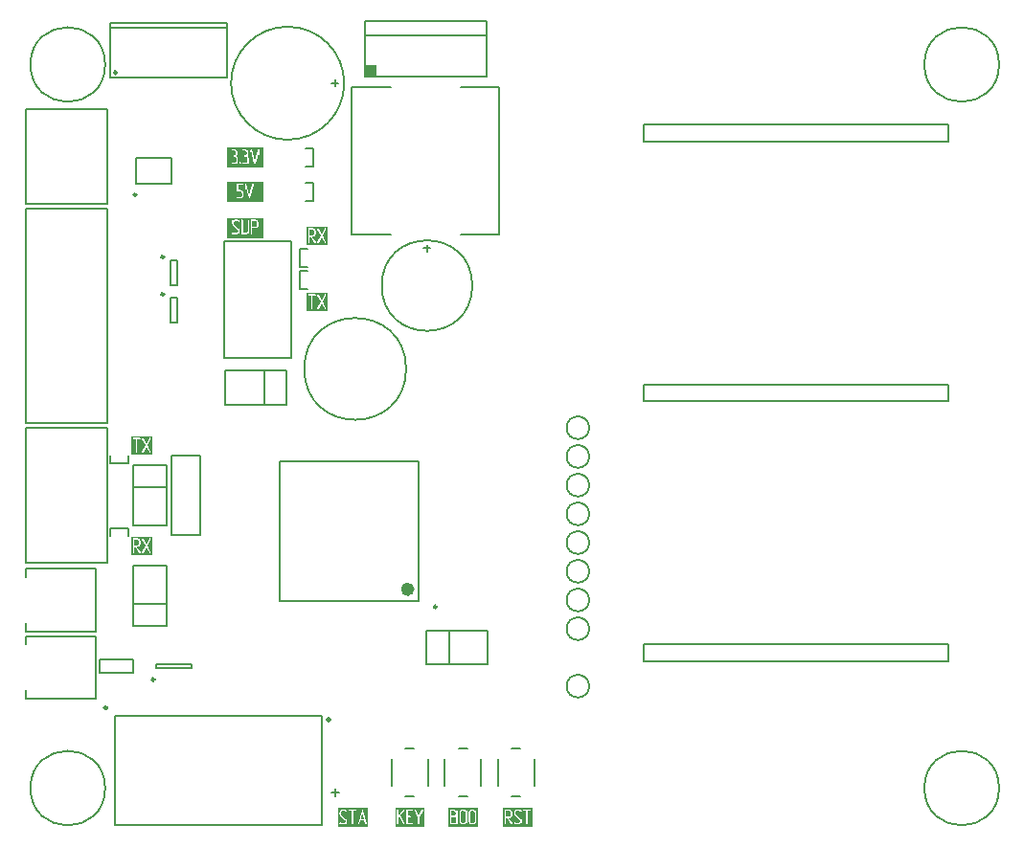
<source format=gto>
G04*
G04 #@! TF.GenerationSoftware,Altium Limited,Altium Designer,19.1.6 (110)*
G04*
G04 Layer_Color=65535*
%FSLAX44Y44*%
%MOMM*%
G71*
G01*
G75*
%ADD10C,0.2000*%
%ADD11C,0.2500*%
%ADD12C,0.1500*%
%ADD13C,0.6000*%
%ADD14C,0.5000*%
%ADD15C,0.1270*%
%ADD16R,1.0320X1.1110*%
G36*
X575725Y535940D02*
X549910D01*
Y552450D01*
X575725D01*
Y535940D01*
D02*
G37*
G36*
X335280Y775970D02*
X316230D01*
Y792480D01*
X335280D01*
Y775970D01*
D02*
G37*
G36*
X433070Y1118870D02*
X401320D01*
Y1136650D01*
X433070D01*
Y1118870D01*
D02*
G37*
G36*
Y1056640D02*
X401320D01*
Y1074420D01*
X433070D01*
Y1056640D01*
D02*
G37*
G36*
X490220Y1066800D02*
Y1050290D01*
X471170D01*
Y1066800D01*
X490220D01*
D02*
G37*
G36*
X622715Y535940D02*
X596900D01*
Y552450D01*
X622715D01*
Y535940D01*
D02*
G37*
G36*
X525796D02*
X499110D01*
Y552450D01*
X525796D01*
Y535940D01*
D02*
G37*
G36*
X490220Y1008380D02*
Y991870D01*
X471170D01*
Y1008380D01*
X490220D01*
D02*
G37*
G36*
X335280Y864870D02*
X316230D01*
Y881380D01*
X335280D01*
Y864870D01*
D02*
G37*
G36*
X670957Y535940D02*
X645160D01*
Y552450D01*
X670957D01*
Y535940D01*
D02*
G37*
G36*
X433070Y1088390D02*
X401320D01*
Y1106170D01*
X433070D01*
Y1088390D01*
D02*
G37*
%LPC*%
G36*
X574455Y551180D02*
D01*
Y550625D01*
X574418Y550717D01*
X574363Y550865D01*
X574289Y550958D01*
X574270Y550995D01*
X574252D01*
X574085Y551106D01*
X573937Y551161D01*
X573826Y551180D01*
X573770D01*
X573641Y551161D01*
X573530Y551143D01*
X573437Y551087D01*
X573381Y551050D01*
X573289Y550939D01*
X573252Y550921D01*
Y550902D01*
X570585Y545755D01*
X567993Y550736D01*
X567901Y550884D01*
X567808Y550995D01*
X567715Y551069D01*
X567623Y551124D01*
X567549Y551161D01*
X567475Y551180D01*
X567419D01*
X567308Y551161D01*
X567215Y551143D01*
X567049Y551069D01*
X566956Y550976D01*
X566919Y550958D01*
Y550939D01*
X566827Y550773D01*
X566771Y550643D01*
X566753Y550550D01*
Y550513D01*
X566827Y550217D01*
X569956Y544421D01*
Y538663D01*
X569974Y538552D01*
X569993Y538441D01*
X570067Y538274D01*
X570141Y538181D01*
X570178Y538144D01*
X570363Y538089D01*
X570493Y538052D01*
X570567Y538033D01*
X566753D01*
X574455D01*
Y551180D01*
D02*
G37*
G36*
X565290D02*
D01*
Y550625D01*
X565253Y550699D01*
X565197Y550847D01*
X565123Y550939D01*
X565104Y550976D01*
X565086D01*
X565012Y551050D01*
X564938Y551087D01*
X564790Y551161D01*
X564679Y551180D01*
X560068D01*
X559864Y551161D01*
X559698Y551087D01*
X559586Y550976D01*
X559512Y550865D01*
X559475Y550736D01*
X559457Y550643D01*
X559438Y550569D01*
Y538663D01*
X559457Y538459D01*
X559531Y538292D01*
X559642Y538181D01*
X559753Y538107D01*
X559864Y538070D01*
X559975Y538052D01*
X560050Y538033D01*
X559438D01*
X565290D01*
Y551180D01*
D02*
G37*
G36*
X557976D02*
D01*
Y550625D01*
X557939Y550717D01*
X557864Y550847D01*
X557790Y550939D01*
X557772Y550976D01*
X557753D01*
X557679Y551050D01*
X557587Y551087D01*
X557439Y551161D01*
X557327Y551180D01*
X557290D01*
X557179Y551161D01*
X557068Y551143D01*
X556920Y551032D01*
X556809Y550939D01*
X556791Y550902D01*
X556772Y550884D01*
X552476Y544792D01*
Y550532D01*
Y550643D01*
X552439Y550736D01*
X552365Y550884D01*
X552291Y550958D01*
X552272Y550995D01*
X552254D01*
X552106Y551106D01*
X551958Y551161D01*
X551847Y551180D01*
X551717D01*
X551624Y551143D01*
X551495Y551069D01*
X551402Y550995D01*
X551365Y550976D01*
Y550958D01*
X551254Y550810D01*
X551199Y550662D01*
X551180Y550569D01*
Y538663D01*
X551199Y538552D01*
X551217Y538441D01*
X551291Y538274D01*
X551365Y538181D01*
X551402Y538144D01*
X551587Y538089D01*
X551717Y538052D01*
X551791Y538033D01*
X551180D01*
D01*
X557976D01*
Y551180D01*
D02*
G37*
%LPD*%
G36*
X574455Y538033D02*
X570585D01*
X570771Y538052D01*
X570937Y538126D01*
X571030Y538181D01*
X571067Y538200D01*
X571178Y538348D01*
X571233Y538496D01*
X571252Y538607D01*
Y538644D01*
Y538663D01*
Y544421D01*
X574363Y550217D01*
X574418Y550328D01*
X574437Y550439D01*
X574455Y550513D01*
Y538033D01*
D02*
G37*
G36*
X565290Y538755D02*
X565253Y538829D01*
X565197Y538978D01*
X565123Y539070D01*
X565104Y539107D01*
X565086D01*
X565012Y539181D01*
X564938Y539218D01*
X564790Y539292D01*
X564679Y539311D01*
X560735D01*
Y544403D01*
X562808D01*
X562920Y544421D01*
X563012Y544440D01*
X563160Y544514D01*
X563253Y544570D01*
X563290Y544607D01*
X563401Y544755D01*
X563456Y544903D01*
X563475Y544995D01*
Y545014D01*
Y545033D01*
Y545125D01*
X563438Y545199D01*
X563364Y545347D01*
X563290Y545440D01*
X563271Y545477D01*
X563253D01*
X563179Y545551D01*
X563105Y545588D01*
X562957Y545662D01*
X562845Y545681D01*
X560735D01*
Y549902D01*
X564642D01*
X564753Y549921D01*
X564845Y549939D01*
X564993Y550014D01*
X565086Y550069D01*
X565123Y550106D01*
X565216Y550254D01*
X565271Y550402D01*
X565290Y550495D01*
Y538755D01*
D02*
G37*
G36*
Y538033D02*
X564642D01*
X564753Y538052D01*
X564845Y538070D01*
X564993Y538144D01*
X565086Y538200D01*
X565123Y538237D01*
X565216Y538385D01*
X565271Y538533D01*
X565290Y538626D01*
Y538033D01*
D02*
G37*
G36*
X557976D02*
X557253D01*
X557457Y538052D01*
X557624Y538126D01*
X557716Y538181D01*
X557753Y538200D01*
X557827Y538274D01*
X557864Y538367D01*
X557939Y538533D01*
Y538589D01*
X557957Y538644D01*
Y538681D01*
Y538700D01*
X557939Y538737D01*
Y538755D01*
X557901Y538922D01*
X554624Y545921D01*
X557846Y550162D01*
X557920Y550291D01*
X557957Y550402D01*
X557976Y550495D01*
Y538033D01*
D02*
G37*
G36*
X556735Y538367D02*
X556957Y538089D01*
X557253Y538033D01*
X551810D01*
X551995Y538052D01*
X552161Y538126D01*
X552254Y538181D01*
X552291Y538200D01*
X552402Y538348D01*
X552458Y538496D01*
X552476Y538607D01*
Y538644D01*
Y538663D01*
Y543014D01*
X553754Y544940D01*
X556735Y538367D01*
D02*
G37*
%LPC*%
G36*
X333106Y791210D02*
X333050D01*
D01*
X331080D01*
X333050D01*
X332921Y791191D01*
X332810Y791173D01*
X332717Y791117D01*
X332643Y791062D01*
X332551Y790969D01*
X332532Y790932D01*
Y790914D01*
X329866Y785785D01*
X327255Y790766D01*
X327181Y790914D01*
X327088Y791025D01*
X326977Y791099D01*
X326884Y791154D01*
X326810Y791191D01*
X326736Y791210D01*
X326681D01*
X326570Y791191D01*
X326477Y791173D01*
X326311Y791099D01*
X326218Y791006D01*
X326181Y790988D01*
Y790969D01*
X326088Y790803D01*
X326033Y790673D01*
X326014Y790580D01*
Y790747D01*
Y790543D01*
X326088Y790247D01*
X329162Y784618D01*
X326088Y778989D01*
X326051Y778878D01*
X326033Y778767D01*
X326014Y778693D01*
Y778045D01*
Y778674D01*
X326051Y778489D01*
X326107Y778341D01*
X326162Y778248D01*
X326199Y778211D01*
X326348Y778119D01*
X326496Y778063D01*
X326625Y778045D01*
X326662D01*
X326792Y778063D01*
X326903Y778082D01*
X326996Y778119D01*
X327070Y778174D01*
X327162Y778267D01*
X327199Y778285D01*
Y778304D01*
X329866Y783470D01*
X332477Y778452D01*
X332551Y778322D01*
X332643Y778211D01*
X332736Y778137D01*
X332828Y778100D01*
X332902Y778063D01*
X332976Y778045D01*
X326905D01*
X333736D01*
Y778693D01*
Y778674D01*
X333717Y778785D01*
X333699Y778878D01*
X333662Y778952D01*
X333643Y778970D01*
X330588Y784618D01*
X333643Y790247D01*
X333699Y790358D01*
X333717Y790469D01*
X333736Y790543D01*
Y790988D01*
Y790655D01*
X333699Y790747D01*
X333643Y790895D01*
X333569Y790988D01*
X333550Y791025D01*
X333532D01*
X333365Y791136D01*
X333217Y791191D01*
X333106Y791210D01*
D02*
G37*
G36*
X321718Y791191D02*
X318404D01*
X318200Y791173D01*
X318034Y791099D01*
X317922Y790988D01*
X317848Y790877D01*
X317811Y790747D01*
X317793Y790655D01*
X317774Y790580D01*
Y790655D01*
Y778045D01*
Y778674D01*
X317793Y778563D01*
X317811Y778452D01*
X317885Y778285D01*
X317959Y778193D01*
X317997Y778156D01*
X318182Y778100D01*
X318311Y778063D01*
X318385Y778045D01*
X323885D01*
X324070Y778063D01*
X324218Y778119D01*
X324311Y778174D01*
X324348Y778193D01*
X324422Y778285D01*
X324477Y778360D01*
X324551Y778508D01*
X324570Y778619D01*
Y778508D01*
Y778656D01*
X324551Y778785D01*
X324533Y778878D01*
X324514Y778933D01*
X324496Y778952D01*
X321700Y783526D01*
X321607D01*
X321829Y783544D01*
X322052Y783563D01*
X322459Y783655D01*
X322811Y783803D01*
X323126Y783951D01*
X323366Y784100D01*
X323551Y784248D01*
X323607Y784303D01*
X323663Y784340D01*
X323681Y784377D01*
X323700D01*
X323848Y784544D01*
X323996Y784711D01*
X324200Y785062D01*
X324366Y785396D01*
X324459Y785729D01*
X324533Y786007D01*
X324551Y786136D01*
Y786229D01*
X324570Y786322D01*
Y788303D01*
Y788266D01*
X324551Y788488D01*
X324533Y788692D01*
X324440Y789099D01*
X324292Y789451D01*
X324126Y789747D01*
X323959Y789988D01*
X323829Y790173D01*
X323718Y790284D01*
X323700Y790303D01*
X323681Y790321D01*
X323515Y790469D01*
X323348Y790618D01*
X322996Y790821D01*
X322644Y790988D01*
X322311Y791080D01*
X322033Y791154D01*
X321922Y791173D01*
X321811D01*
X321718Y791191D01*
D02*
G37*
%LPD*%
G36*
X333736Y778045D02*
X333032D01*
X333217Y778063D01*
X333384Y778137D01*
X333476Y778193D01*
X333513Y778211D01*
X333587Y778304D01*
X333643Y778378D01*
X333717Y778526D01*
X333736Y778637D01*
Y778045D01*
D02*
G37*
G36*
X321848Y789895D02*
X322070Y789840D01*
X322274Y789747D01*
X322440Y789673D01*
X322589Y789581D01*
X322681Y789488D01*
X322755Y789432D01*
X322774Y789414D01*
X322940Y789229D01*
X323070Y789025D01*
X323144Y788840D01*
X323218Y788655D01*
X323255Y788507D01*
X323274Y788377D01*
Y788303D01*
Y788266D01*
Y786433D01*
X323255Y786173D01*
X323200Y785951D01*
X323107Y785748D01*
X323033Y785581D01*
X322940Y785451D01*
X322848Y785359D01*
X322792Y785285D01*
X322774Y785266D01*
X322589Y785118D01*
X322385Y785007D01*
X322181Y784914D01*
X321996Y784859D01*
X321848Y784822D01*
X321718Y784803D01*
X319070D01*
Y789914D01*
X321607D01*
X321848Y789895D01*
D02*
G37*
G36*
X323329Y778378D02*
X323422Y778248D01*
X323496Y778174D01*
X323551Y778119D01*
X323570Y778100D01*
X323681Y778063D01*
X323792Y778045D01*
X318404D01*
X318589Y778063D01*
X318756Y778137D01*
X318848Y778193D01*
X318885Y778211D01*
X318996Y778360D01*
X319052Y778508D01*
X319070Y778619D01*
Y778656D01*
Y778674D01*
Y783526D01*
X320330D01*
X323329Y778378D01*
D02*
G37*
%LPC*%
G36*
X428879Y1135380D02*
X421824D01*
Y1122233D01*
Y1134732D01*
X421843Y1134584D01*
X425046Y1122770D01*
X425120Y1122585D01*
X425213Y1122455D01*
X425305Y1122363D01*
X425416Y1122307D01*
X425509Y1122270D01*
X425583Y1122233D01*
X425657D01*
X425824Y1122252D01*
X425953Y1122326D01*
X426064Y1122400D01*
X426157Y1122511D01*
X426213Y1122604D01*
X426250Y1122696D01*
X426287Y1122752D01*
Y1122770D01*
X429490Y1134584D01*
X429509Y1134732D01*
Y1127029D01*
Y1134732D01*
Y1134843D01*
X429472Y1134936D01*
X429416Y1135084D01*
X429342Y1135158D01*
X429323Y1135195D01*
X429305D01*
X429138Y1135306D01*
X428990Y1135361D01*
X428879Y1135380D01*
D02*
G37*
G36*
X420380D02*
X414510D01*
Y1122233D01*
Y1122863D01*
X414529Y1122678D01*
X414603Y1122530D01*
X414658Y1122437D01*
X414677Y1122418D01*
Y1122400D01*
X414825Y1122307D01*
X414973Y1122252D01*
X415084Y1122233D01*
X417436D01*
X417658Y1122252D01*
X417880Y1122270D01*
X418269Y1122363D01*
X418621Y1122511D01*
X418936Y1122659D01*
X419176Y1122807D01*
X419361Y1122955D01*
X419417Y1123011D01*
X419473Y1123048D01*
X419491Y1123085D01*
X419510D01*
X419658Y1123252D01*
X419806Y1123418D01*
X420009Y1123770D01*
X420176Y1124122D01*
X420269Y1124437D01*
X420343Y1124733D01*
X420361Y1124844D01*
Y1124955D01*
X420380Y1125048D01*
Y1122863D01*
Y1126973D01*
X420361Y1127270D01*
X420306Y1127566D01*
X420232Y1127825D01*
X420158Y1128047D01*
X420065Y1128233D01*
X419991Y1128381D01*
X419935Y1128473D01*
X419917Y1128510D01*
X419750Y1128770D01*
X419565Y1128973D01*
X419398Y1129140D01*
X419250Y1129269D01*
X419121Y1129344D01*
X419010Y1129418D01*
X418936Y1129436D01*
X418917Y1129455D01*
X419084Y1129584D01*
X419232Y1129714D01*
X419343Y1129862D01*
X419454Y1129992D01*
X419528Y1130103D01*
X419584Y1130195D01*
X419621Y1130269D01*
X419639Y1130288D01*
X419750Y1130492D01*
X419806Y1130677D01*
X419824Y1130751D01*
X419843Y1130806D01*
Y1130825D01*
Y1130843D01*
X419917Y1131047D01*
Y1131251D01*
Y1131547D01*
Y1132454D01*
Y1132677D01*
X419880Y1132899D01*
X419787Y1133288D01*
X419639Y1133639D01*
X419491Y1133954D01*
X419343Y1134195D01*
X419195Y1134380D01*
X419139Y1134436D01*
X419102Y1134491D01*
X419084Y1134510D01*
X419065Y1134528D01*
X418899Y1134676D01*
X418732Y1134806D01*
X418380Y1135028D01*
X418028Y1135176D01*
X417695Y1135269D01*
X417417Y1135343D01*
X417288Y1135361D01*
X417177D01*
X417102Y1135380D01*
X420380D01*
D02*
G37*
G36*
X410751D02*
X404882D01*
Y1122233D01*
Y1122863D01*
X404900Y1122678D01*
X404974Y1122530D01*
X405030Y1122437D01*
X405048Y1122418D01*
Y1122400D01*
X405196Y1122307D01*
X405344Y1122252D01*
X405456Y1122233D01*
X407807D01*
X408029Y1122252D01*
X408251Y1122270D01*
X408640Y1122363D01*
X408992Y1122511D01*
X409307Y1122659D01*
X409548Y1122807D01*
X409733Y1122955D01*
X409788Y1123011D01*
X409844Y1123048D01*
X409862Y1123085D01*
X409881D01*
X410029Y1123252D01*
X410177Y1123418D01*
X410381Y1123770D01*
X410547Y1124122D01*
X410640Y1124437D01*
X410714Y1124733D01*
X410733Y1124844D01*
Y1124955D01*
X410751Y1125048D01*
Y1122844D01*
Y1126973D01*
X410733Y1127270D01*
X410677Y1127566D01*
X410603Y1127825D01*
X410529Y1128047D01*
X410436Y1128233D01*
X410362Y1128381D01*
X410307Y1128473D01*
X410288Y1128510D01*
X410122Y1128770D01*
X409936Y1128973D01*
X409770Y1129140D01*
X409622Y1129269D01*
X409492Y1129344D01*
X409381Y1129418D01*
X409307Y1129436D01*
X409288Y1129455D01*
X409455Y1129584D01*
X409603Y1129714D01*
X409714Y1129862D01*
X409825Y1129992D01*
X409899Y1130103D01*
X409955Y1130195D01*
X409992Y1130269D01*
X410011Y1130288D01*
X410122Y1130492D01*
X410177Y1130677D01*
X410196Y1130751D01*
X410214Y1130806D01*
Y1130825D01*
Y1130843D01*
X410288Y1131047D01*
Y1131251D01*
Y1131547D01*
Y1132454D01*
Y1132677D01*
X410251Y1132899D01*
X410159Y1133288D01*
X410011Y1133639D01*
X409862Y1133954D01*
X409714Y1134195D01*
X409566Y1134380D01*
X409511Y1134436D01*
X409474Y1134491D01*
X409455Y1134510D01*
X409436Y1134528D01*
X409270Y1134676D01*
X409103Y1134806D01*
X408751Y1135028D01*
X408400Y1135176D01*
X408066Y1135269D01*
X407789Y1135343D01*
X407659Y1135361D01*
X407548D01*
X407474Y1135380D01*
X410751D01*
D02*
G37*
G36*
X413510Y1123955D02*
X411751D01*
D01*
X412621D01*
X412473Y1123937D01*
X412325Y1123900D01*
X412214Y1123844D01*
X412122Y1123789D01*
X412047Y1123733D01*
X411992Y1123678D01*
X411973Y1123641D01*
X411955Y1123622D01*
X411881Y1123511D01*
X411844Y1123400D01*
X411770Y1123233D01*
X411751Y1123122D01*
Y1123085D01*
X411770Y1122955D01*
X411788Y1122844D01*
X411881Y1122641D01*
X411918Y1122567D01*
X411955Y1122511D01*
X411973Y1122474D01*
X411992Y1122455D01*
X412084Y1122381D01*
X412177Y1122326D01*
X412399Y1122270D01*
X412473Y1122252D01*
X412547Y1122233D01*
X412621D01*
X412770Y1122252D01*
X412899Y1122270D01*
X413010Y1122326D01*
X413103Y1122381D01*
X413177Y1122418D01*
X413232Y1122474D01*
X413251Y1122492D01*
X413270Y1122511D01*
X413344Y1122622D01*
X413418Y1122715D01*
X413473Y1122900D01*
X413492Y1122974D01*
X413510Y1123029D01*
Y1123085D01*
X413492Y1123215D01*
X413473Y1123326D01*
X413381Y1123511D01*
X413325Y1123585D01*
X413270Y1123641D01*
X413251Y1123659D01*
X413232Y1123678D01*
X413121Y1123770D01*
X413029Y1123844D01*
X412918Y1123881D01*
X412825Y1123918D01*
X412751Y1123937D01*
X412677Y1123955D01*
X413510D01*
D01*
D02*
G37*
%LPD*%
G36*
X422287Y1135343D02*
X422139Y1135287D01*
X422046Y1135213D01*
X422009Y1135195D01*
Y1135176D01*
X421898Y1135028D01*
X421843Y1134880D01*
X421824Y1134769D01*
Y1135380D01*
X422380D01*
X422287Y1135343D01*
D02*
G37*
G36*
X428675D02*
X428546Y1135287D01*
X428472Y1135232D01*
X428435Y1135213D01*
X428342Y1135102D01*
X428268Y1134991D01*
X428231Y1134899D01*
Y1134880D01*
Y1134862D01*
X425676Y1124881D01*
X423083Y1134917D01*
X423028Y1135010D01*
X422991Y1135084D01*
X422880Y1135195D01*
X422824Y1135250D01*
X422787Y1135269D01*
X422676Y1135343D01*
X422583Y1135361D01*
X422509Y1135380D01*
X428842D01*
X428675Y1135343D01*
D02*
G37*
G36*
X415029Y1135361D02*
X414917Y1135343D01*
X414769Y1135250D01*
X414695Y1135158D01*
X414658Y1135139D01*
Y1135121D01*
X414566Y1134954D01*
X414529Y1134843D01*
X414510Y1134750D01*
Y1135380D01*
X415140D01*
X415029Y1135361D01*
D02*
G37*
G36*
X414529Y1134547D02*
X414603Y1134399D01*
X414658Y1134306D01*
X414677Y1134287D01*
Y1134269D01*
X414825Y1134176D01*
X414973Y1134121D01*
X415103Y1134102D01*
X416973D01*
X417232Y1134084D01*
X417454Y1134028D01*
X417658Y1133954D01*
X417825Y1133862D01*
X417954Y1133769D01*
X418065Y1133695D01*
X418121Y1133639D01*
X418139Y1133621D01*
X418306Y1133436D01*
X418417Y1133232D01*
X418510Y1133047D01*
X418565Y1132862D01*
X418602Y1132695D01*
X418621Y1132566D01*
Y1132491D01*
Y1132454D01*
Y1131547D01*
X418602Y1131306D01*
X418547Y1131084D01*
X418473Y1130881D01*
X418380Y1130714D01*
X418288Y1130566D01*
X418213Y1130473D01*
X418158Y1130399D01*
X418139Y1130380D01*
X417954Y1130232D01*
X417751Y1130121D01*
X417565Y1130029D01*
X417380Y1129973D01*
X417214Y1129936D01*
X417084Y1129918D01*
X416973D01*
X416862Y1129899D01*
X416751Y1129881D01*
X416603Y1129788D01*
X416528Y1129695D01*
X416491Y1129677D01*
Y1129658D01*
X416399Y1129492D01*
X416362Y1129381D01*
X416343Y1129288D01*
Y1129269D01*
X416362Y1129084D01*
X416436Y1128936D01*
X416491Y1128844D01*
X416510Y1128825D01*
Y1128807D01*
X416658Y1128714D01*
X416806Y1128659D01*
X416917Y1128640D01*
X417436D01*
X417695Y1128621D01*
X417917Y1128566D01*
X418121Y1128473D01*
X418288Y1128399D01*
X418417Y1128307D01*
X418528Y1128214D01*
X418584Y1128158D01*
X418602Y1128140D01*
X418769Y1127955D01*
X418880Y1127751D01*
X418973Y1127566D01*
X419028Y1127381D01*
X419065Y1127233D01*
X419084Y1127103D01*
Y1127029D01*
Y1126992D01*
Y1125159D01*
X419065Y1124900D01*
X419010Y1124677D01*
X418936Y1124474D01*
X418843Y1124307D01*
X418750Y1124159D01*
X418676Y1124066D01*
X418621Y1123992D01*
X418602Y1123974D01*
X418417Y1123826D01*
X418213Y1123715D01*
X418028Y1123622D01*
X417843Y1123566D01*
X417676Y1123529D01*
X417547Y1123511D01*
X415140D01*
X415029Y1123492D01*
X414917Y1123474D01*
X414769Y1123381D01*
X414695Y1123289D01*
X414658Y1123270D01*
Y1123252D01*
X414566Y1123085D01*
X414529Y1122974D01*
X414510Y1122881D01*
Y1134732D01*
X414529Y1134547D01*
D02*
G37*
G36*
X405400Y1135361D02*
X405289Y1135343D01*
X405141Y1135250D01*
X405067Y1135158D01*
X405030Y1135139D01*
Y1135121D01*
X404937Y1134954D01*
X404900Y1134843D01*
X404882Y1134750D01*
Y1135380D01*
X405511D01*
X405400Y1135361D01*
D02*
G37*
G36*
X404900Y1134547D02*
X404974Y1134399D01*
X405030Y1134306D01*
X405048Y1134287D01*
Y1134269D01*
X405196Y1134176D01*
X405344Y1134121D01*
X405474Y1134102D01*
X407344D01*
X407603Y1134084D01*
X407826Y1134028D01*
X408029Y1133954D01*
X408196Y1133862D01*
X408326Y1133769D01*
X408437Y1133695D01*
X408492Y1133639D01*
X408511Y1133621D01*
X408677Y1133436D01*
X408788Y1133232D01*
X408881Y1133047D01*
X408937Y1132862D01*
X408974Y1132695D01*
X408992Y1132566D01*
Y1132491D01*
Y1132454D01*
Y1131547D01*
X408974Y1131306D01*
X408918Y1131084D01*
X408844Y1130881D01*
X408751Y1130714D01*
X408659Y1130566D01*
X408585Y1130473D01*
X408529Y1130399D01*
X408511Y1130380D01*
X408326Y1130232D01*
X408122Y1130121D01*
X407937Y1130029D01*
X407752Y1129973D01*
X407585Y1129936D01*
X407455Y1129918D01*
X407344D01*
X407233Y1129899D01*
X407122Y1129881D01*
X406974Y1129788D01*
X406900Y1129695D01*
X406863Y1129677D01*
Y1129658D01*
X406770Y1129492D01*
X406733Y1129381D01*
X406715Y1129288D01*
Y1129269D01*
X406733Y1129084D01*
X406807Y1128936D01*
X406863Y1128844D01*
X406881Y1128825D01*
Y1128807D01*
X407029Y1128714D01*
X407178Y1128659D01*
X407289Y1128640D01*
X407807D01*
X408066Y1128621D01*
X408288Y1128566D01*
X408492Y1128473D01*
X408659Y1128399D01*
X408788Y1128307D01*
X408900Y1128214D01*
X408955Y1128158D01*
X408974Y1128140D01*
X409140Y1127955D01*
X409251Y1127751D01*
X409344Y1127566D01*
X409399Y1127381D01*
X409436Y1127233D01*
X409455Y1127103D01*
Y1127029D01*
Y1126992D01*
Y1125159D01*
X409436Y1124900D01*
X409381Y1124677D01*
X409307Y1124474D01*
X409214Y1124307D01*
X409122Y1124159D01*
X409048Y1124066D01*
X408992Y1123992D01*
X408974Y1123974D01*
X408788Y1123826D01*
X408585Y1123715D01*
X408400Y1123622D01*
X408214Y1123566D01*
X408048Y1123529D01*
X407918Y1123511D01*
X405511D01*
X405400Y1123492D01*
X405289Y1123474D01*
X405141Y1123381D01*
X405067Y1123289D01*
X405030Y1123270D01*
Y1123252D01*
X404937Y1123085D01*
X404900Y1122974D01*
X404882Y1122881D01*
Y1134732D01*
X404900Y1134547D01*
D02*
G37*
%LPC*%
G36*
X410001Y1073150D02*
X408242D01*
X408039Y1073113D01*
X407631Y1073020D01*
X407298Y1072872D01*
X407020Y1072724D01*
X406798Y1072576D01*
X406631Y1072428D01*
X406539Y1072335D01*
X406502Y1072317D01*
Y1072298D01*
X406335Y1072132D01*
X406187Y1071946D01*
X406057Y1071761D01*
X405965Y1071595D01*
X405779Y1071243D01*
X405668Y1070928D01*
X405613Y1070650D01*
X405594Y1070521D01*
X405576Y1070428D01*
X405557Y1070335D01*
Y1073150D01*
D01*
D01*
Y1060003D01*
Y1061170D01*
X405613Y1060910D01*
X405817Y1060688D01*
X406187Y1060466D01*
X406576Y1060300D01*
X406946Y1060170D01*
X407279Y1060096D01*
X407576Y1060040D01*
X407687Y1060022D01*
X407798D01*
X407890Y1060003D01*
X409335D01*
X409575Y1060022D01*
X409798Y1060040D01*
X410187Y1060133D01*
X410538Y1060262D01*
X410816Y1060429D01*
X411038Y1060577D01*
X411205Y1060707D01*
X411297Y1060799D01*
X411334Y1060836D01*
X411501Y1061003D01*
X411649Y1061188D01*
X411779Y1061373D01*
X411890Y1061540D01*
X412057Y1061892D01*
X412168Y1062207D01*
X412223Y1062503D01*
X412242Y1062614D01*
X412260Y1062707D01*
X412279Y1062799D01*
Y1062855D01*
Y1062892D01*
Y1062910D01*
Y1063188D01*
X412242Y1063410D01*
X412131Y1063799D01*
X412057Y1064003D01*
X411964Y1064188D01*
X411871Y1064355D01*
X411779Y1064503D01*
X411686Y1064632D01*
X411594Y1064725D01*
X411520Y1064799D01*
X411483Y1064836D01*
X411464Y1064855D01*
X407335Y1069058D01*
X407150Y1069280D01*
X407039Y1069447D01*
X406965Y1069558D01*
X406946Y1069576D01*
Y1069595D01*
X406909Y1069724D01*
X406872Y1069891D01*
X406853Y1070187D01*
X406872Y1070447D01*
X406928Y1070669D01*
X407002Y1070872D01*
X407076Y1071039D01*
X407150Y1071187D01*
X407224Y1071280D01*
X407279Y1071354D01*
X407298Y1071372D01*
X407483Y1071539D01*
X407668Y1071669D01*
X407872Y1071743D01*
X408057Y1071817D01*
X408224Y1071854D01*
X408353Y1071872D01*
X409816D01*
X410112Y1071854D01*
X410390Y1071798D01*
X410649Y1071724D01*
X410872Y1071632D01*
X411057Y1071539D01*
X411205Y1071465D01*
X411279Y1071409D01*
X411316Y1071391D01*
X411631Y1071280D01*
X411742Y1071298D01*
X411834Y1071317D01*
X412001Y1071391D01*
X412094Y1071447D01*
X412131Y1071484D01*
X412205Y1071576D01*
X412242Y1071650D01*
X412316Y1071817D01*
X412334Y1071928D01*
Y1071965D01*
X412297Y1072113D01*
X412242Y1072224D01*
X412205Y1072298D01*
X412186Y1072317D01*
X412131Y1072391D01*
X412075Y1072446D01*
X412038Y1072465D01*
X412020Y1072483D01*
X411649Y1072687D01*
X411464Y1072780D01*
X411297Y1072835D01*
X411149Y1072891D01*
X411038Y1072928D01*
X410964Y1072965D01*
X410927D01*
X410705Y1073020D01*
X410501Y1073076D01*
X410316Y1073113D01*
X410149Y1073131D01*
X410001Y1073150D01*
D02*
G37*
G36*
X419963D02*
X419834D01*
X419741Y1073113D01*
X419611Y1073039D01*
X419519Y1072965D01*
X419482Y1072946D01*
Y1072928D01*
X419371Y1072780D01*
X419315Y1072632D01*
X419297Y1072539D01*
Y1072520D01*
Y1072502D01*
Y1062910D01*
X419278Y1062651D01*
X419223Y1062429D01*
X419130Y1062225D01*
X419056Y1062059D01*
X418963Y1061929D01*
X418871Y1061836D01*
X418815Y1061762D01*
X418797Y1061744D01*
X418611Y1061596D01*
X418408Y1061485D01*
X418204Y1061392D01*
X418019Y1061336D01*
X417871Y1061299D01*
X417741Y1061281D01*
X416723D01*
X416482Y1061299D01*
X416278Y1061355D01*
X416075Y1061429D01*
X415908Y1061522D01*
X415760Y1061614D01*
X415667Y1061688D01*
X415593Y1061744D01*
X415575Y1061762D01*
X415408Y1061947D01*
X415297Y1062151D01*
X415205Y1062336D01*
X415149Y1062522D01*
X415112Y1062670D01*
X415093Y1062799D01*
Y1062873D01*
Y1062910D01*
Y1072502D01*
Y1072613D01*
X415056Y1072706D01*
X414982Y1072854D01*
X414908Y1072928D01*
X414890Y1072965D01*
X414871D01*
X414723Y1073076D01*
X414575Y1073131D01*
X414464Y1073150D01*
X414334D01*
X414242Y1073113D01*
X414112Y1073039D01*
X414019Y1072965D01*
X413982Y1072946D01*
Y1072928D01*
X413871Y1072780D01*
X413816Y1072632D01*
X413797Y1072539D01*
Y1073150D01*
D01*
Y1060003D01*
Y1062910D01*
X413816Y1062688D01*
X413834Y1062466D01*
X413945Y1062077D01*
X414075Y1061725D01*
X414242Y1061411D01*
X414408Y1061170D01*
X414556Y1060985D01*
X414612Y1060929D01*
X414649Y1060873D01*
X414668Y1060855D01*
X414686Y1060836D01*
X414853Y1060688D01*
X415038Y1060559D01*
X415390Y1060355D01*
X415723Y1060207D01*
X416038Y1060114D01*
X416315Y1060040D01*
X416427Y1060022D01*
X416538D01*
X416612Y1060003D01*
X413797D01*
X420593D01*
Y1072613D01*
X420556Y1072706D01*
X420482Y1072854D01*
X420408Y1072928D01*
X420389Y1072965D01*
X420371D01*
X420223Y1073076D01*
X420074Y1073131D01*
X419963Y1073150D01*
D02*
G37*
G36*
X428833D02*
X422037D01*
Y1060003D01*
Y1060633D01*
X422056Y1060522D01*
X422074Y1060411D01*
X422148Y1060244D01*
X422222Y1060151D01*
X422259Y1060114D01*
X422444Y1060059D01*
X422574Y1060022D01*
X422648Y1060003D01*
X422037D01*
X422667D01*
X422852Y1060022D01*
X423018Y1060096D01*
X423111Y1060151D01*
X423148Y1060170D01*
X423259Y1060318D01*
X423315Y1060466D01*
X423333Y1060577D01*
Y1060614D01*
Y1060633D01*
Y1065484D01*
X425870D01*
X426092Y1065503D01*
X426314Y1065521D01*
X426722Y1065614D01*
X427074Y1065762D01*
X427388Y1065910D01*
X427629Y1066058D01*
X427814Y1066206D01*
X427870Y1066262D01*
X427925Y1066299D01*
X427944Y1066336D01*
X427962D01*
X428111Y1066503D01*
X428259Y1066669D01*
X428462Y1067021D01*
X428629Y1067354D01*
X428722Y1067688D01*
X428796Y1067965D01*
X428814Y1068095D01*
Y1068188D01*
X428833Y1068280D01*
Y1070502D01*
X428777Y1070835D01*
X428629Y1071354D01*
X428536Y1071539D01*
X428444Y1071724D01*
X428333Y1071872D01*
X428222Y1072020D01*
X428129Y1072132D01*
X428055Y1072224D01*
X427999Y1072280D01*
X427981Y1072298D01*
X427814Y1072446D01*
X427629Y1072576D01*
X427277Y1072798D01*
X426926Y1072946D01*
X426611Y1073039D01*
X426314Y1073113D01*
X426203Y1073131D01*
X426092D01*
X426000Y1073150D01*
X428833D01*
D01*
D02*
G37*
%LPD*%
G36*
X405576Y1070002D02*
X405594Y1069799D01*
X405631Y1069613D01*
X405668Y1069447D01*
X405705Y1069317D01*
X405724Y1069206D01*
X405761Y1069132D01*
Y1069113D01*
X405872Y1068891D01*
X406002Y1068706D01*
X406113Y1068539D01*
X406205Y1068391D01*
X406279Y1068299D01*
X406353Y1068206D01*
X406391Y1068169D01*
X406409Y1068150D01*
X410483Y1064077D01*
X410649Y1063855D01*
X410779Y1063670D01*
X410816Y1063595D01*
X410835Y1063540D01*
X410853Y1063503D01*
Y1063484D01*
X410890Y1063392D01*
X410909Y1063355D01*
Y1063336D01*
X410946Y1063244D01*
Y1063225D01*
Y1063207D01*
X410983Y1062910D01*
X410964Y1062670D01*
X410909Y1062466D01*
X410816Y1062262D01*
X410742Y1062096D01*
X410649Y1061947D01*
X410557Y1061855D01*
X410501Y1061781D01*
X410483Y1061762D01*
X410298Y1061596D01*
X410094Y1061485D01*
X409890Y1061392D01*
X409705Y1061336D01*
X409557Y1061299D01*
X409427Y1061281D01*
X407983D01*
X407705Y1061299D01*
X407427Y1061355D01*
X407168Y1061429D01*
X406946Y1061522D01*
X406761Y1061596D01*
X406631Y1061670D01*
X406539Y1061725D01*
X406502Y1061744D01*
X406187Y1061855D01*
X406094Y1061836D01*
X406002Y1061818D01*
X405854Y1061744D01*
X405761Y1061651D01*
X405724Y1061633D01*
Y1061614D01*
X405631Y1061448D01*
X405576Y1061318D01*
X405557Y1061207D01*
Y1070224D01*
X405576Y1070002D01*
D02*
G37*
G36*
X420593Y1060003D02*
X417630D01*
X417852Y1060022D01*
X418075Y1060040D01*
X418482Y1060133D01*
X418834Y1060281D01*
X419148Y1060429D01*
X419389Y1060577D01*
X419574Y1060725D01*
X419630Y1060781D01*
X419686Y1060818D01*
X419704Y1060855D01*
X419723D01*
X419871Y1061022D01*
X420019Y1061188D01*
X420223Y1061540D01*
X420389Y1061892D01*
X420482Y1062207D01*
X420556Y1062484D01*
X420574Y1062614D01*
Y1062707D01*
X420593Y1062799D01*
Y1060003D01*
D02*
G37*
G36*
X422463Y1073131D02*
X422296Y1073057D01*
X422185Y1072946D01*
X422111Y1072835D01*
X422074Y1072706D01*
X422056Y1072613D01*
X422037Y1072539D01*
Y1073150D01*
X422667D01*
X422463Y1073131D01*
D02*
G37*
G36*
X426111Y1071854D02*
X426333Y1071798D01*
X426537Y1071706D01*
X426703Y1071632D01*
X426851Y1071539D01*
X426944Y1071447D01*
X427018Y1071391D01*
X427037Y1071372D01*
X427203Y1071187D01*
X427333Y1070984D01*
X427407Y1070798D01*
X427481Y1070613D01*
X427518Y1070465D01*
X427537Y1070335D01*
Y1070261D01*
Y1070224D01*
Y1068391D01*
X427518Y1068132D01*
X427463Y1067910D01*
X427370Y1067706D01*
X427296Y1067540D01*
X427203Y1067410D01*
X427111Y1067317D01*
X427055Y1067243D01*
X427037Y1067225D01*
X426851Y1067077D01*
X426648Y1066965D01*
X426444Y1066873D01*
X426259Y1066817D01*
X426111Y1066780D01*
X425981Y1066762D01*
X423333D01*
Y1071872D01*
X425870D01*
X426111Y1071854D01*
D02*
G37*
%LPC*%
G36*
X488676Y1065530D02*
D01*
Y1064975D01*
X488639Y1065067D01*
X488583Y1065215D01*
X488509Y1065308D01*
X488490Y1065345D01*
X488472D01*
X488305Y1065456D01*
X488157Y1065511D01*
X488046Y1065530D01*
X487990D01*
X487861Y1065511D01*
X487750Y1065493D01*
X487657Y1065437D01*
X487583Y1065382D01*
X487491Y1065289D01*
X487472Y1065252D01*
Y1065234D01*
X484806Y1060105D01*
X482195Y1065086D01*
X482121Y1065234D01*
X482028Y1065345D01*
X481917Y1065419D01*
X481824Y1065474D01*
X481750Y1065511D01*
X481676Y1065530D01*
X481621D01*
X481510Y1065511D01*
X481417Y1065493D01*
X481250Y1065419D01*
X481158Y1065326D01*
X481121Y1065308D01*
Y1065289D01*
X481028Y1065123D01*
X480973Y1064993D01*
X480954Y1064900D01*
Y1064863D01*
X481028Y1064567D01*
X484102Y1058938D01*
X481028Y1053309D01*
X480991Y1053198D01*
X480973Y1053087D01*
X480954Y1053013D01*
Y1052994D01*
X480991Y1052809D01*
X481047Y1052661D01*
X481102Y1052568D01*
X481139Y1052531D01*
X481287Y1052439D01*
X481436Y1052383D01*
X481565Y1052365D01*
X480954D01*
X481602D01*
X481732Y1052383D01*
X481843Y1052402D01*
X481936Y1052439D01*
X482010Y1052494D01*
X482102Y1052587D01*
X482139Y1052605D01*
Y1052624D01*
X484806Y1057790D01*
X487416Y1052772D01*
X487491Y1052642D01*
X487583Y1052531D01*
X487676Y1052457D01*
X487768Y1052420D01*
X487842Y1052383D01*
X487916Y1052365D01*
X481845D01*
X488676D01*
Y1065530D01*
D02*
G37*
G36*
X479510Y1065511D02*
X472714D01*
X473344D01*
X473140Y1065493D01*
X472974Y1065419D01*
X472863Y1065308D01*
X472788Y1065197D01*
X472751Y1065067D01*
X472733Y1064975D01*
X472714Y1064900D01*
Y1052994D01*
X472733Y1052883D01*
X472751Y1052772D01*
X472825Y1052605D01*
X472900Y1052513D01*
X472937Y1052476D01*
X473122Y1052420D01*
X473251Y1052383D01*
X473325Y1052365D01*
X472714D01*
X473344D01*
X473529Y1052383D01*
X473696Y1052457D01*
X473788Y1052513D01*
X473825Y1052531D01*
X473936Y1052680D01*
X473992Y1052828D01*
X474011Y1052939D01*
Y1052976D01*
Y1052994D01*
Y1057846D01*
X475270D01*
X478269Y1052698D01*
X478362Y1052568D01*
X478436Y1052494D01*
X478492Y1052439D01*
X478510Y1052420D01*
X478621Y1052383D01*
X478732Y1052365D01*
X479510D01*
X478825D01*
X479010Y1052383D01*
X479158Y1052439D01*
X479251Y1052494D01*
X479288Y1052513D01*
X479362Y1052605D01*
X479417Y1052680D01*
X479491Y1052828D01*
X479510Y1052939D01*
Y1052976D01*
X479491Y1053105D01*
X479473Y1053198D01*
X479454Y1053253D01*
X479436Y1053272D01*
X476640Y1057846D01*
X476547D01*
X476769Y1057864D01*
X476992Y1057883D01*
X477399Y1057975D01*
X477751Y1058123D01*
X478066Y1058271D01*
X478306Y1058420D01*
X478492Y1058568D01*
X478547Y1058623D01*
X478603Y1058660D01*
X478621Y1058697D01*
X478640D01*
X478788Y1058864D01*
X478936Y1059031D01*
X479140Y1059382D01*
X479306Y1059716D01*
X479399Y1060049D01*
X479473Y1060327D01*
X479491Y1060456D01*
Y1060549D01*
X479510Y1060642D01*
Y1062586D01*
X479491Y1062808D01*
X479473Y1063012D01*
X479380Y1063419D01*
X479232Y1063771D01*
X479066Y1064067D01*
X478899Y1064308D01*
X478769Y1064493D01*
X478658Y1064604D01*
X478640Y1064623D01*
X478621Y1064641D01*
X478455Y1064789D01*
X478288Y1064938D01*
X477936Y1065141D01*
X477584Y1065308D01*
X477251Y1065400D01*
X476973Y1065474D01*
X476862Y1065493D01*
X476751D01*
X476658Y1065511D01*
X479510D01*
D02*
G37*
%LPD*%
G36*
X488676Y1052994D02*
X488657Y1053105D01*
X488639Y1053198D01*
X488602Y1053272D01*
X488583Y1053290D01*
X485528Y1058938D01*
X488583Y1064567D01*
X488639Y1064678D01*
X488657Y1064789D01*
X488676Y1064863D01*
Y1052994D01*
D02*
G37*
G36*
Y1052365D02*
X487972D01*
X488157Y1052383D01*
X488324Y1052457D01*
X488416Y1052513D01*
X488453Y1052531D01*
X488527Y1052624D01*
X488583Y1052698D01*
X488657Y1052846D01*
X488676Y1052957D01*
Y1052365D01*
D02*
G37*
G36*
X476788Y1064215D02*
X477010Y1064160D01*
X477214Y1064067D01*
X477380Y1063993D01*
X477529Y1063901D01*
X477621Y1063808D01*
X477695Y1063752D01*
X477714Y1063734D01*
X477881Y1063549D01*
X478010Y1063345D01*
X478084Y1063160D01*
X478158Y1062975D01*
X478195Y1062827D01*
X478214Y1062697D01*
Y1062623D01*
Y1062586D01*
Y1060753D01*
X478195Y1060493D01*
X478140Y1060271D01*
X478047Y1060068D01*
X477973Y1059901D01*
X477881Y1059771D01*
X477788Y1059679D01*
X477732Y1059605D01*
X477714Y1059586D01*
X477529Y1059438D01*
X477325Y1059327D01*
X477121Y1059234D01*
X476936Y1059179D01*
X476788Y1059142D01*
X476658Y1059123D01*
X474011D01*
Y1064234D01*
X476547D01*
X476788Y1064215D01*
D02*
G37*
%LPC*%
G36*
X613205Y551180D02*
X610354D01*
D01*
X613205D01*
D02*
G37*
G36*
X621445D02*
D01*
Y548254D01*
X621427Y548477D01*
X621408Y548680D01*
X621316Y549088D01*
X621168Y549439D01*
X621001Y549736D01*
X620834Y549976D01*
X620705Y550162D01*
X620594Y550273D01*
X620575Y550291D01*
X620557Y550310D01*
X620390Y550458D01*
X620223Y550606D01*
X619871Y550810D01*
X619520Y550976D01*
X619186Y551069D01*
X618909Y551143D01*
X618797Y551161D01*
X618686D01*
X618594Y551180D01*
X617575D01*
X617353Y551161D01*
X617131Y551143D01*
X616724Y551050D01*
X616372Y550902D01*
X616057Y550736D01*
X615816Y550569D01*
X615631Y550439D01*
X615576Y550365D01*
X615520Y550328D01*
X615502Y550310D01*
X615483Y550291D01*
X615335Y550125D01*
X615205Y549958D01*
X615002Y549606D01*
X614854Y549273D01*
X614761Y548940D01*
X614687Y548662D01*
X614668Y548551D01*
Y548458D01*
X614650Y548366D01*
Y540940D01*
X614668Y540718D01*
X614687Y540496D01*
X614798Y540107D01*
X614927Y539755D01*
X615094Y539440D01*
X615261Y539200D01*
X615409Y539015D01*
X615465Y538959D01*
X615502Y538904D01*
X615520Y538885D01*
X615539Y538867D01*
X615705Y538718D01*
X615890Y538589D01*
X616242Y538385D01*
X616576Y538237D01*
X616890Y538144D01*
X617168Y538070D01*
X617279Y538052D01*
X617390D01*
X617464Y538033D01*
X621445D01*
Y551180D01*
D02*
G37*
G36*
X613205D02*
D01*
Y548254D01*
X613187Y548477D01*
X613168Y548680D01*
X613076Y549088D01*
X612928Y549439D01*
X612761Y549736D01*
X612594Y549976D01*
X612465Y550162D01*
X612354Y550273D01*
X612335Y550291D01*
X612317Y550310D01*
X612150Y550458D01*
X611983Y550606D01*
X611632Y550810D01*
X611280Y550976D01*
X610947Y551069D01*
X610669Y551143D01*
X610558Y551161D01*
X610447D01*
X610354Y551180D01*
X606410D01*
D01*
X609336D01*
X609113Y551161D01*
X608891Y551143D01*
X608484Y551050D01*
X608132Y550902D01*
X607817Y550736D01*
X607576Y550569D01*
X607391Y550439D01*
X607336Y550365D01*
X607280Y550328D01*
X607262Y550310D01*
X607243Y550291D01*
X607095Y550125D01*
X606965Y549958D01*
X606762Y549606D01*
X606614Y549273D01*
X606521Y548940D01*
X606447Y548662D01*
X606428Y548551D01*
Y548458D01*
X606410Y548366D01*
Y540940D01*
X606428Y540718D01*
X606447Y540496D01*
X606558Y540107D01*
X606688Y539755D01*
X606854Y539440D01*
X607021Y539200D01*
X607169Y539015D01*
X607225Y538959D01*
X607262Y538904D01*
X607280Y538885D01*
X607299Y538867D01*
X607465Y538718D01*
X607650Y538589D01*
X608002Y538385D01*
X608336Y538237D01*
X608650Y538144D01*
X608928Y538070D01*
X609039Y538052D01*
X609150D01*
X609224Y538033D01*
X610243D01*
X610465Y538052D01*
X610687Y538070D01*
X611095Y538163D01*
X611446Y538311D01*
X611761Y538459D01*
X612002Y538607D01*
X612187Y538755D01*
X612243Y538811D01*
X612298Y538848D01*
X612317Y538885D01*
X612335D01*
X612483Y539052D01*
X612631Y539218D01*
X612835Y539570D01*
X613002Y539922D01*
X613094Y540237D01*
X613168Y540514D01*
X613187Y540644D01*
Y540737D01*
X613205Y540829D01*
Y538033D01*
D01*
D01*
Y551180D01*
D02*
G37*
G36*
X604966D02*
D01*
Y542755D01*
X604947Y543051D01*
X604892Y543310D01*
X604818Y543570D01*
X604743Y543792D01*
X604651Y543977D01*
X604577Y544125D01*
X604521Y544218D01*
X604503Y544255D01*
X604336Y544514D01*
X604151Y544718D01*
X603984Y544884D01*
X603818Y545014D01*
X603669Y545107D01*
X603558Y545181D01*
X603484Y545199D01*
X603466Y545218D01*
X603651Y545347D01*
X603799Y545477D01*
X603929Y545625D01*
X604040Y545755D01*
X604114Y545884D01*
X604169Y545977D01*
X604206Y546051D01*
X604225Y546069D01*
X604318Y546292D01*
X604392Y546495D01*
X604429Y546717D01*
X604466Y546903D01*
X604484Y547069D01*
X604503Y547217D01*
Y547291D01*
Y547328D01*
Y548236D01*
Y548532D01*
X604447Y548847D01*
X604299Y549365D01*
X604206Y549569D01*
X604095Y549754D01*
X603966Y549921D01*
X603855Y550069D01*
X603744Y550199D01*
X603651Y550291D01*
X603577Y550347D01*
X603558Y550365D01*
X603410Y550513D01*
X603243Y550643D01*
X602910Y550828D01*
X602577Y550976D01*
X602262Y551087D01*
X601984Y551143D01*
X601855Y551161D01*
X601762D01*
X601670Y551180D01*
X604966D01*
X598800D01*
X598596Y551161D01*
X598429Y551087D01*
X598318Y550976D01*
X598244Y550865D01*
X598207Y550736D01*
X598189Y550643D01*
X598170Y550569D01*
Y538663D01*
X598189Y538459D01*
X598263Y538292D01*
X598374Y538181D01*
X598485Y538107D01*
X598596Y538070D01*
X598707Y538052D01*
X598781Y538033D01*
X602003D01*
X602207Y538052D01*
X602410Y538070D01*
X602799Y538163D01*
X603151Y538311D01*
X603447Y538478D01*
X603688Y538626D01*
X603873Y538774D01*
X603947Y538829D01*
X604003Y538867D01*
X604021Y538904D01*
X604040D01*
X604206Y539070D01*
X604355Y539237D01*
X604466Y539422D01*
X604577Y539589D01*
X604743Y539922D01*
X604855Y540255D01*
X604910Y540533D01*
X604947Y540644D01*
Y540737D01*
X604966Y540829D01*
Y538033D01*
D01*
D01*
Y551180D01*
D02*
G37*
%LPD*%
G36*
X618723Y549884D02*
X618946Y549828D01*
X619149Y549736D01*
X619316Y549662D01*
X619464Y549569D01*
X619557Y549477D01*
X619631Y549421D01*
X619649Y549402D01*
X619816Y549217D01*
X619945Y549014D01*
X620020Y548828D01*
X620094Y548643D01*
X620131Y548495D01*
X620149Y548366D01*
Y548291D01*
Y548254D01*
Y540940D01*
X620131Y540681D01*
X620075Y540459D01*
X619983Y540255D01*
X619908Y540089D01*
X619816Y539959D01*
X619723Y539866D01*
X619668Y539792D01*
X619649Y539774D01*
X619464Y539626D01*
X619260Y539515D01*
X619057Y539422D01*
X618872Y539366D01*
X618723Y539329D01*
X618594Y539311D01*
X617575D01*
X617335Y539329D01*
X617131Y539385D01*
X616927Y539459D01*
X616761Y539552D01*
X616613Y539644D01*
X616520Y539718D01*
X616446Y539774D01*
X616427Y539792D01*
X616261Y539977D01*
X616150Y540181D01*
X616057Y540366D01*
X616002Y540551D01*
X615965Y540700D01*
X615946Y540829D01*
Y540903D01*
Y540940D01*
Y548254D01*
X615965Y548495D01*
X616020Y548717D01*
X616094Y548921D01*
X616187Y549088D01*
X616261Y549236D01*
X616335Y549328D01*
X616390Y549402D01*
X616409Y549421D01*
X616594Y549588D01*
X616798Y549699D01*
X616983Y549791D01*
X617168Y549847D01*
X617335Y549884D01*
X617464Y549902D01*
X618483D01*
X618723Y549884D01*
D02*
G37*
G36*
X621445Y538033D02*
X618483D01*
X618705Y538052D01*
X618927Y538070D01*
X619334Y538163D01*
X619686Y538311D01*
X620001Y538459D01*
X620242Y538607D01*
X620427Y538755D01*
X620482Y538811D01*
X620538Y538848D01*
X620557Y538885D01*
X620575D01*
X620723Y539052D01*
X620871Y539218D01*
X621075Y539570D01*
X621242Y539922D01*
X621334Y540237D01*
X621408Y540514D01*
X621427Y540644D01*
Y540737D01*
X621445Y540829D01*
Y538033D01*
D02*
G37*
G36*
X610484Y549884D02*
X610706Y549828D01*
X610909Y549736D01*
X611076Y549662D01*
X611224Y549569D01*
X611317Y549477D01*
X611391Y549421D01*
X611409Y549402D01*
X611576Y549217D01*
X611706Y549014D01*
X611780Y548828D01*
X611854Y548643D01*
X611891Y548495D01*
X611909Y548366D01*
Y548291D01*
Y548254D01*
Y540940D01*
X611891Y540681D01*
X611835Y540459D01*
X611743Y540255D01*
X611669Y540089D01*
X611576Y539959D01*
X611483Y539866D01*
X611428Y539792D01*
X611409Y539774D01*
X611224Y539626D01*
X611021Y539515D01*
X610817Y539422D01*
X610632Y539366D01*
X610484Y539329D01*
X610354Y539311D01*
X609336D01*
X609095Y539329D01*
X608891Y539385D01*
X608687Y539459D01*
X608521Y539552D01*
X608373Y539644D01*
X608280Y539718D01*
X608206Y539774D01*
X608187Y539792D01*
X608021Y539977D01*
X607910Y540181D01*
X607817Y540366D01*
X607762Y540551D01*
X607725Y540700D01*
X607706Y540829D01*
Y540903D01*
Y540940D01*
Y548254D01*
X607725Y548495D01*
X607780Y548717D01*
X607854Y548921D01*
X607947Y549088D01*
X608021Y549236D01*
X608095Y549328D01*
X608150Y549402D01*
X608169Y549421D01*
X608354Y549588D01*
X608558Y549699D01*
X608743Y549791D01*
X608928Y549847D01*
X609095Y549884D01*
X609224Y549902D01*
X610243D01*
X610484Y549884D01*
D02*
G37*
G36*
X601799D02*
X602021Y549828D01*
X602225Y549736D01*
X602392Y549662D01*
X602540Y549569D01*
X602632Y549477D01*
X602707Y549421D01*
X602725Y549402D01*
X602892Y549217D01*
X603003Y549014D01*
X603095Y548828D01*
X603151Y548643D01*
X603188Y548495D01*
X603206Y548366D01*
Y548291D01*
Y548254D01*
Y547328D01*
X603188Y547088D01*
X603132Y546866D01*
X603040Y546662D01*
X602966Y546495D01*
X602873Y546347D01*
X602781Y546255D01*
X602725Y546180D01*
X602707Y546162D01*
X602521Y545995D01*
X602318Y545884D01*
X602133Y545792D01*
X601947Y545736D01*
X601781Y545699D01*
X601651Y545681D01*
X599466D01*
Y549902D01*
X601540D01*
X601799Y549884D01*
D02*
G37*
G36*
X602244Y544384D02*
X602447Y544329D01*
X602651Y544236D01*
X602818Y544162D01*
X602966Y544070D01*
X603058Y543977D01*
X603132Y543922D01*
X603151Y543903D01*
X603318Y543718D01*
X603447Y543514D01*
X603540Y543329D01*
X603614Y543144D01*
X603651Y542996D01*
X603669Y542885D01*
Y542811D01*
Y542774D01*
Y540940D01*
X603651Y540681D01*
X603595Y540459D01*
X603503Y540255D01*
X603429Y540089D01*
X603336Y539959D01*
X603243Y539866D01*
X603188Y539792D01*
X603170Y539774D01*
X602984Y539626D01*
X602781Y539515D01*
X602577Y539422D01*
X602392Y539366D01*
X602244Y539329D01*
X602114Y539311D01*
X599466D01*
Y544403D01*
X602003D01*
X602244Y544384D01*
D02*
G37*
%LPC*%
G36*
X524526Y551161D02*
X516841D01*
X520674D01*
X520508Y551143D01*
X520378Y551087D01*
X520285Y550995D01*
X520193Y550902D01*
X520137Y550791D01*
X520100Y550717D01*
X520063Y550643D01*
Y550625D01*
X516860Y538811D01*
X516841Y538700D01*
D01*
X516878Y538496D01*
X516934Y538330D01*
X516989Y538237D01*
X517026Y538200D01*
X517193Y538107D01*
X517341Y538052D01*
X517452Y538033D01*
X517489D01*
X517656Y538052D01*
X517786Y538107D01*
X517860Y538144D01*
X517897Y538163D01*
X518008Y538274D01*
X518082Y538404D01*
X518119Y538515D01*
Y538533D01*
Y538552D01*
X518971Y541681D01*
X522396D01*
X523266Y538441D01*
X523322Y538311D01*
X523396Y538218D01*
X523470Y538163D01*
X523489Y538144D01*
X523618Y538089D01*
X523729Y538052D01*
X523822Y538033D01*
X523859D01*
X524044Y538052D01*
X524192Y538126D01*
X524285Y538181D01*
X524322Y538200D01*
X524396Y538292D01*
X524433Y538367D01*
X524507Y538515D01*
X524526Y538626D01*
Y538033D01*
D01*
Y551161D01*
D02*
G37*
G36*
X515397Y551180D02*
X508620D01*
D01*
X509249D01*
X509138Y551161D01*
X509027Y551143D01*
X508879Y551050D01*
X508805Y550958D01*
X508768Y550939D01*
Y550921D01*
X508675Y550754D01*
X508638Y550643D01*
X508620Y550550D01*
Y550532D01*
X508638Y550347D01*
X508713Y550199D01*
X508768Y550106D01*
X508787Y550088D01*
Y550069D01*
X508935Y549976D01*
X509083Y549921D01*
X509194Y549902D01*
X511360D01*
Y538663D01*
X511379Y538552D01*
X511397Y538441D01*
X511471Y538274D01*
X511545Y538181D01*
X511582Y538144D01*
X511768Y538089D01*
X511897Y538052D01*
X511971Y538033D01*
X511990D01*
X512175Y538052D01*
X512342Y538126D01*
X512434Y538181D01*
X512471Y538200D01*
X512582Y538348D01*
X512638Y538496D01*
X512657Y538607D01*
Y538644D01*
Y538663D01*
Y549902D01*
X514730D01*
X514841Y549921D01*
X514934Y549939D01*
X515082Y550014D01*
X515175Y550069D01*
X515212Y550106D01*
X515323Y550254D01*
X515378Y550402D01*
X515397Y550495D01*
Y538033D01*
D01*
Y551180D01*
D02*
G37*
G36*
X507157D02*
X500380D01*
X503065D01*
X502861Y551143D01*
X502454Y551050D01*
X502121Y550902D01*
X501843Y550754D01*
X501621Y550606D01*
X501454Y550458D01*
X501361Y550365D01*
X501324Y550347D01*
Y550328D01*
X501158Y550162D01*
X501010Y549976D01*
X500880Y549791D01*
X500787Y549625D01*
X500602Y549273D01*
X500491Y548958D01*
X500435Y548680D01*
X500417Y548551D01*
X500398Y548458D01*
X500380Y548366D01*
Y548254D01*
X500398Y548032D01*
X500417Y547828D01*
X500454Y547643D01*
X500491Y547477D01*
X500528Y547347D01*
X500547Y547236D01*
X500584Y547162D01*
Y547143D01*
X500695Y546921D01*
X500824Y546736D01*
X500936Y546569D01*
X501028Y546421D01*
X501102Y546329D01*
X501176Y546236D01*
X501213Y546199D01*
X501232Y546180D01*
X505305Y542107D01*
X505472Y541885D01*
X505602Y541699D01*
X505639Y541625D01*
X505657Y541570D01*
X505676Y541533D01*
Y541514D01*
X505713Y541422D01*
X505731Y541385D01*
Y541366D01*
X505768Y541274D01*
Y541255D01*
Y541237D01*
X505805Y540940D01*
X505787Y540700D01*
X505731Y540496D01*
X505639Y540292D01*
X505565Y540126D01*
X505472Y539977D01*
X505379Y539885D01*
X505324Y539811D01*
X505305Y539792D01*
X505120Y539626D01*
X504917Y539515D01*
X504713Y539422D01*
X504528Y539366D01*
X504380Y539329D01*
X504250Y539311D01*
X502806D01*
X502528Y539329D01*
X502250Y539385D01*
X501991Y539459D01*
X501769Y539552D01*
X501584Y539626D01*
X501454Y539700D01*
X501361Y539755D01*
X501324Y539774D01*
X501010Y539885D01*
X500917Y539866D01*
X500824Y539848D01*
X500676Y539774D01*
X500584Y539681D01*
X500547Y539663D01*
Y539644D01*
X500454Y539478D01*
X500398Y539348D01*
X500380Y539237D01*
Y539200D01*
X500435Y538941D01*
X500639Y538718D01*
X501010Y538496D01*
X501398Y538330D01*
X501769Y538200D01*
X502102Y538126D01*
X502398Y538070D01*
X502509Y538052D01*
X502621D01*
X502713Y538033D01*
X504157D01*
X504398Y538052D01*
X504620Y538070D01*
X505009Y538163D01*
X505361Y538292D01*
X505639Y538459D01*
X505861Y538607D01*
X506028Y538737D01*
X506120Y538829D01*
X506157Y538867D01*
X506324Y539033D01*
X506472Y539218D01*
X506602Y539403D01*
X506713Y539570D01*
X506879Y539922D01*
X506990Y540237D01*
X507046Y540533D01*
X507065Y540644D01*
X507083Y540737D01*
X507102Y540829D01*
Y540885D01*
Y540922D01*
Y540940D01*
Y541218D01*
X507065Y541440D01*
X506953Y541829D01*
X506879Y542033D01*
X506787Y542218D01*
X506694Y542385D01*
X506602Y542533D01*
X506509Y542662D01*
X506416Y542755D01*
X506342Y542829D01*
X506305Y542866D01*
X506287Y542885D01*
X502158Y547088D01*
X501972Y547310D01*
X501861Y547477D01*
X501787Y547588D01*
X501769Y547606D01*
Y547625D01*
X501732Y547754D01*
X501695Y547921D01*
X501676Y548217D01*
X501695Y548477D01*
X501750Y548699D01*
X501824Y548903D01*
X501898Y549069D01*
X501972Y549217D01*
X502047Y549310D01*
X502102Y549384D01*
X502121Y549402D01*
X502306Y549569D01*
X502491Y549699D01*
X502695Y549773D01*
X502880Y549847D01*
X503046Y549884D01*
X503176Y549902D01*
X504639D01*
X504935Y549884D01*
X505213Y549828D01*
X505472Y549754D01*
X505694Y549662D01*
X505879Y549569D01*
X506028Y549495D01*
X506102Y549439D01*
X506139Y549421D01*
X506453Y549310D01*
X506564Y549328D01*
X506657Y549347D01*
X506824Y549421D01*
X506916Y549477D01*
X506953Y549514D01*
X507028Y549606D01*
X507065Y549680D01*
X507139Y549847D01*
X507157Y549958D01*
Y538033D01*
D01*
Y551180D01*
D02*
G37*
%LPD*%
G36*
X522100Y542977D02*
X519267D01*
X520693Y548625D01*
X522100Y542977D01*
D02*
G37*
G36*
X524526Y538663D02*
X524507Y538811D01*
X521304Y550625D01*
X521230Y550810D01*
X521137Y550939D01*
X521045Y551032D01*
X520933Y551087D01*
X520841Y551143D01*
X520748Y551161D01*
X524526D01*
Y538663D01*
D02*
G37*
G36*
X515397Y550625D02*
X515360Y550699D01*
X515304Y550847D01*
X515230Y550939D01*
X515212Y550976D01*
X515193D01*
X515119Y551050D01*
X515027Y551087D01*
X514879Y551161D01*
X514767Y551180D01*
X515397D01*
Y550625D01*
D02*
G37*
G36*
X507157Y549995D02*
X507120Y550143D01*
X507065Y550254D01*
X507028Y550328D01*
X507009Y550347D01*
X506953Y550421D01*
X506898Y550476D01*
X506861Y550495D01*
X506842Y550513D01*
X506472Y550717D01*
X506287Y550810D01*
X506120Y550865D01*
X505972Y550921D01*
X505861Y550958D01*
X505787Y550995D01*
X505750D01*
X505528Y551050D01*
X505324Y551106D01*
X505139Y551143D01*
X504972Y551161D01*
X504824Y551180D01*
X507157D01*
Y549995D01*
D02*
G37*
%LPC*%
G36*
X488676Y1007110D02*
D01*
Y1006554D01*
X488639Y1006647D01*
X488583Y1006795D01*
X488509Y1006888D01*
X488490Y1006925D01*
X488472D01*
X488305Y1007036D01*
X488157Y1007092D01*
X488046Y1007110D01*
X487990D01*
X487861Y1007092D01*
X487750Y1007073D01*
X487657Y1007017D01*
X487583Y1006962D01*
X487491Y1006869D01*
X487472Y1006832D01*
Y1006814D01*
X484806Y1001685D01*
X482195Y1006666D01*
X482121Y1006814D01*
X482028Y1006925D01*
X481917Y1006999D01*
X481824Y1007055D01*
X481750Y1007092D01*
X481676Y1007110D01*
X481621D01*
X481510Y1007092D01*
X481417Y1007073D01*
X481250Y1006999D01*
X481158Y1006906D01*
X481121Y1006888D01*
Y1006869D01*
X481028Y1006703D01*
X480973Y1006573D01*
X480954Y1006480D01*
Y1006443D01*
X481028Y1006147D01*
X484102Y1000518D01*
X481028Y994889D01*
X480991Y994778D01*
X480973Y994667D01*
X480954Y994593D01*
Y994574D01*
X480991Y994389D01*
X481047Y994241D01*
X481102Y994148D01*
X481139Y994111D01*
X481287Y994019D01*
X481436Y993963D01*
X481565Y993945D01*
X480954D01*
X481602D01*
X481732Y993963D01*
X481843Y993982D01*
X481936Y994019D01*
X482010Y994074D01*
X482102Y994167D01*
X482139Y994185D01*
Y994204D01*
X484806Y999370D01*
X487416Y994352D01*
X487491Y994222D01*
X487583Y994111D01*
X487676Y994037D01*
X487768Y994000D01*
X487842Y993963D01*
X487916Y993945D01*
X481845D01*
X488676D01*
Y1007110D01*
D02*
G37*
G36*
X479491Y1007092D02*
Y1006536D01*
X479454Y1006610D01*
X479399Y1006758D01*
X479325Y1006851D01*
X479306Y1006888D01*
X479288D01*
X479214Y1006962D01*
X479121Y1006999D01*
X478973Y1007073D01*
X478862Y1007092D01*
X472714D01*
X473344D01*
X473233Y1007073D01*
X473122Y1007055D01*
X472974Y1006962D01*
X472900Y1006869D01*
X472863Y1006851D01*
Y1006832D01*
X472770Y1006666D01*
X472733Y1006554D01*
X472714Y1006462D01*
Y1006443D01*
X472733Y1006258D01*
X472807Y1006110D01*
X472863Y1006018D01*
X472881Y1005999D01*
Y1005981D01*
X473029Y1005888D01*
X473177Y1005832D01*
X473288Y1005814D01*
X475455D01*
Y994574D01*
X475473Y994463D01*
X475492Y994352D01*
X475566Y994185D01*
X475640Y994093D01*
X475677Y994056D01*
X475862Y994000D01*
X475992Y993963D01*
X476066Y993945D01*
X479491D01*
D01*
X476084D01*
X476269Y993963D01*
X476436Y994037D01*
X476529Y994093D01*
X476566Y994111D01*
X476677Y994259D01*
X476732Y994408D01*
X476751Y994519D01*
Y994556D01*
Y994574D01*
Y1005814D01*
X478825D01*
X478936Y1005832D01*
X479029Y1005851D01*
X479177Y1005925D01*
X479269Y1005981D01*
X479306Y1006018D01*
X479417Y1006166D01*
X479473Y1006314D01*
X479491Y1006406D01*
Y1007092D01*
D02*
G37*
%LPD*%
G36*
X488676Y994574D02*
X488657Y994685D01*
X488639Y994778D01*
X488602Y994852D01*
X488583Y994871D01*
X485528Y1000518D01*
X488583Y1006147D01*
X488639Y1006258D01*
X488657Y1006369D01*
X488676Y1006443D01*
Y994574D01*
D02*
G37*
G36*
Y993945D02*
X487972D01*
X488157Y993963D01*
X488324Y994037D01*
X488416Y994093D01*
X488453Y994111D01*
X488527Y994204D01*
X488583Y994278D01*
X488657Y994426D01*
X488676Y994537D01*
Y993945D01*
D02*
G37*
%LPC*%
G36*
X324551Y880091D02*
X317774D01*
D01*
X318404D01*
X318293Y880073D01*
X318182Y880054D01*
X318034Y879962D01*
X317959Y879869D01*
X317922Y879851D01*
Y879832D01*
X317830Y879666D01*
X317793Y879555D01*
X317774Y879462D01*
Y879555D01*
Y879443D01*
X317793Y879258D01*
X317867Y879110D01*
X317922Y879017D01*
X317941Y878999D01*
Y878980D01*
X318089Y878888D01*
X318237Y878832D01*
X318348Y878814D01*
X320515D01*
Y867574D01*
X320533Y867463D01*
X320552Y867352D01*
X320626Y867185D01*
X320700Y867093D01*
X320737Y867056D01*
X320922Y867000D01*
X321052Y866963D01*
X321126Y866945D01*
X321144D01*
X321329Y866963D01*
X321496Y867037D01*
X321589Y867093D01*
X321626Y867111D01*
X321737Y867260D01*
X321792Y867408D01*
X321811Y867519D01*
Y867556D01*
Y867574D01*
Y878814D01*
X323885D01*
X323996Y878832D01*
X324089Y878851D01*
X324237Y878925D01*
X324329Y878980D01*
X324366Y879017D01*
X324477Y879166D01*
X324533Y879314D01*
X324551Y879406D01*
Y879536D01*
X324514Y879610D01*
X324459Y879758D01*
X324385Y879851D01*
X324366Y879888D01*
X324348D01*
X324274Y879962D01*
X324181Y879999D01*
X324033Y880073D01*
X323922Y880091D01*
X324551D01*
D02*
G37*
G36*
X333736Y880110D02*
X326014D01*
D01*
X326681D01*
X326570Y880091D01*
X326477Y880073D01*
X326311Y879999D01*
X326218Y879906D01*
X326181Y879888D01*
Y879869D01*
X326088Y879703D01*
X326033Y879573D01*
X326014Y879480D01*
Y879443D01*
X326088Y879147D01*
X329162Y873518D01*
X326088Y867889D01*
X326051Y867778D01*
X326033Y867667D01*
X326014Y867593D01*
Y866945D01*
Y867574D01*
X326051Y867389D01*
X326107Y867241D01*
X326162Y867148D01*
X326199Y867111D01*
X326348Y867019D01*
X326496Y866963D01*
X326625Y866945D01*
X326662D01*
X326792Y866963D01*
X326903Y866982D01*
X326996Y867019D01*
X327070Y867074D01*
X327162Y867167D01*
X327199Y867185D01*
Y867204D01*
X329866Y872370D01*
X332477Y867352D01*
X332551Y867222D01*
X332643Y867111D01*
X332736Y867037D01*
X332828Y867000D01*
X332902Y866963D01*
X332976Y866945D01*
X333032D01*
X333217Y866963D01*
X333384Y867037D01*
X333476Y867093D01*
X333513Y867111D01*
X333587Y867204D01*
X333643Y867278D01*
X333717Y867426D01*
X333736Y867537D01*
Y867074D01*
Y867593D01*
Y867574D01*
X333717Y867685D01*
X333699Y867778D01*
X333662Y867852D01*
X333643Y867870D01*
X330588Y873518D01*
X333643Y879147D01*
X333699Y879258D01*
X333717Y879369D01*
X333736Y879443D01*
Y879610D01*
Y879555D01*
X333699Y879647D01*
X333643Y879795D01*
X333569Y879888D01*
X333550Y879925D01*
X333532D01*
X333365Y880036D01*
X333217Y880091D01*
X333106Y880110D01*
X333736D01*
D01*
D02*
G37*
%LPD*%
G36*
X332921Y880091D02*
X332810Y880073D01*
X332717Y880017D01*
X332643Y879962D01*
X332551Y879869D01*
X332532Y879832D01*
Y879814D01*
X329866Y874685D01*
X327255Y879666D01*
X327181Y879814D01*
X327088Y879925D01*
X326977Y879999D01*
X326884Y880054D01*
X326810Y880091D01*
X326736Y880110D01*
X333050D01*
X332921Y880091D01*
D02*
G37*
%LPC*%
G36*
X669687Y551180D02*
D01*
Y550625D01*
X669650Y550699D01*
X669594Y550847D01*
X669520Y550939D01*
X669502Y550976D01*
X669483D01*
X669409Y551050D01*
X669316Y551087D01*
X669168Y551161D01*
X669057Y551180D01*
X663539D01*
X663428Y551161D01*
X663317Y551143D01*
X663169Y551050D01*
X663095Y550958D01*
X663058Y550939D01*
Y550921D01*
X662965Y550754D01*
X662928Y550643D01*
X662910Y550550D01*
Y550532D01*
X662928Y550347D01*
X663002Y550199D01*
X663058Y550106D01*
X663076Y550088D01*
Y550069D01*
X663225Y549976D01*
X663373Y549921D01*
X663484Y549902D01*
X665650D01*
Y538663D01*
X665669Y538552D01*
X665687Y538441D01*
X665761Y538274D01*
X665835Y538181D01*
X665872Y538144D01*
X666058Y538089D01*
X666187Y538052D01*
X666261Y538033D01*
X662910D01*
X666280D01*
X666465Y538052D01*
X666632Y538126D01*
X666724Y538181D01*
X666761Y538200D01*
X666872Y538348D01*
X666928Y538496D01*
X666946Y538607D01*
Y538644D01*
Y538663D01*
Y549902D01*
X669020D01*
X669131Y549921D01*
X669224Y549939D01*
X669372Y550014D01*
X669465Y550069D01*
X669502Y550106D01*
X669613Y550254D01*
X669668Y550402D01*
X669687Y550495D01*
Y538033D01*
D01*
D01*
Y551180D01*
D02*
G37*
G36*
X653226D02*
D01*
Y548254D01*
X653207Y548477D01*
X653189Y548680D01*
X653096Y549088D01*
X652948Y549439D01*
X652781Y549736D01*
X652615Y549976D01*
X652485Y550162D01*
X652374Y550273D01*
X652355Y550291D01*
X652337Y550310D01*
X652170Y550458D01*
X652003Y550606D01*
X651652Y550810D01*
X651300Y550976D01*
X650967Y551069D01*
X650689Y551143D01*
X650578Y551161D01*
X650467D01*
X650374Y551180D01*
X647060D01*
X646856Y551161D01*
X646689Y551087D01*
X646578Y550976D01*
X646504Y550865D01*
X646467Y550736D01*
X646449Y550643D01*
X646430Y550569D01*
Y538663D01*
X646449Y538552D01*
X646467Y538441D01*
X646541Y538274D01*
X646615Y538181D01*
X646652Y538144D01*
X646837Y538089D01*
X646967Y538052D01*
X647041Y538033D01*
X652541D01*
X652726Y538052D01*
X652874Y538107D01*
X652966Y538163D01*
X653003Y538181D01*
X653077Y538274D01*
X653133Y538348D01*
X653207Y538496D01*
X653226Y538607D01*
Y538033D01*
D01*
D01*
Y551180D01*
D02*
G37*
G36*
X661447D02*
X654670D01*
D01*
X657355D01*
X657151Y551143D01*
X656744Y551050D01*
X656410Y550902D01*
X656133Y550754D01*
X655910Y550606D01*
X655744Y550458D01*
X655651Y550365D01*
X655614Y550347D01*
Y550328D01*
X655448Y550162D01*
X655300Y549976D01*
X655170Y549791D01*
X655077Y549625D01*
X654892Y549273D01*
X654781Y548958D01*
X654725Y548680D01*
X654707Y548551D01*
X654688Y548458D01*
X654670Y548366D01*
Y548254D01*
X654688Y548032D01*
X654707Y547828D01*
X654744Y547643D01*
X654781Y547477D01*
X654818Y547347D01*
X654837Y547236D01*
X654874Y547162D01*
Y547143D01*
X654985Y546921D01*
X655114Y546736D01*
X655225Y546569D01*
X655318Y546421D01*
X655392Y546329D01*
X655466Y546236D01*
X655503Y546199D01*
X655522Y546180D01*
X659595Y542107D01*
X659762Y541885D01*
X659892Y541699D01*
X659929Y541625D01*
X659947Y541570D01*
X659966Y541533D01*
Y541514D01*
X660003Y541422D01*
X660021Y541385D01*
Y541366D01*
X660058Y541274D01*
Y541255D01*
Y541237D01*
X660095Y540940D01*
X660077Y540700D01*
X660021Y540496D01*
X659929Y540292D01*
X659855Y540126D01*
X659762Y539977D01*
X659669Y539885D01*
X659614Y539811D01*
X659595Y539792D01*
X659410Y539626D01*
X659206Y539515D01*
X659003Y539422D01*
X658818Y539366D01*
X658670Y539329D01*
X658540Y539311D01*
X657096D01*
X656818Y539329D01*
X656540Y539385D01*
X656281Y539459D01*
X656059Y539552D01*
X655873Y539626D01*
X655744Y539700D01*
X655651Y539755D01*
X655614Y539774D01*
X655300Y539885D01*
X655207Y539866D01*
X655114Y539848D01*
X654966Y539774D01*
X654874Y539681D01*
X654837Y539663D01*
Y539644D01*
X654744Y539478D01*
X654688Y539348D01*
X654670Y539237D01*
Y539200D01*
X654725Y538941D01*
X654929Y538718D01*
X655300Y538496D01*
X655688Y538330D01*
X656059Y538200D01*
X656392Y538126D01*
X656688Y538070D01*
X656799Y538052D01*
X656910D01*
X657003Y538033D01*
X658447D01*
X658688Y538052D01*
X658910Y538070D01*
X659299Y538163D01*
X659651Y538292D01*
X659929Y538459D01*
X660151Y538607D01*
X660318Y538737D01*
X660410Y538829D01*
X660447Y538867D01*
X660614Y539033D01*
X660762Y539218D01*
X660891Y539403D01*
X661003Y539570D01*
X661169Y539922D01*
X661280Y540237D01*
X661336Y540533D01*
X661354Y540644D01*
X661373Y540737D01*
X661391Y540829D01*
Y540885D01*
Y540922D01*
Y540940D01*
Y541218D01*
X661354Y541440D01*
X661243Y541829D01*
X661169Y542033D01*
X661077Y542218D01*
X660984Y542385D01*
X660891Y542533D01*
X660799Y542662D01*
X660706Y542755D01*
X660632Y542829D01*
X660595Y542866D01*
X660577Y542885D01*
X656448Y547088D01*
X656262Y547310D01*
X656151Y547477D01*
X656077Y547588D01*
X656059Y547606D01*
Y547625D01*
X656022Y547754D01*
X655985Y547921D01*
X655966Y548217D01*
X655985Y548477D01*
X656040Y548699D01*
X656114Y548903D01*
X656188Y549069D01*
X656262Y549217D01*
X656336Y549310D01*
X656392Y549384D01*
X656410Y549402D01*
X656596Y549569D01*
X656781Y549699D01*
X656984Y549773D01*
X657170Y549847D01*
X657336Y549884D01*
X657466Y549902D01*
X658929D01*
X659225Y549884D01*
X659503Y549828D01*
X659762Y549754D01*
X659984Y549662D01*
X660169Y549569D01*
X660318Y549495D01*
X660391Y549439D01*
X660428Y549421D01*
X660743Y549310D01*
X660854Y549328D01*
X660947Y549347D01*
X661114Y549421D01*
X661206Y549477D01*
X661243Y549514D01*
X661317Y549606D01*
X661354Y549680D01*
X661428Y549847D01*
X661447Y549958D01*
Y538033D01*
D01*
Y551180D01*
D02*
G37*
%LPD*%
G36*
X650504Y549884D02*
X650726Y549828D01*
X650929Y549736D01*
X651096Y549662D01*
X651244Y549569D01*
X651337Y549477D01*
X651411Y549421D01*
X651430Y549402D01*
X651596Y549217D01*
X651726Y549014D01*
X651800Y548828D01*
X651874Y548643D01*
X651911Y548495D01*
X651929Y548366D01*
Y548291D01*
Y548254D01*
Y546421D01*
X651911Y546162D01*
X651855Y545940D01*
X651763Y545736D01*
X651689Y545569D01*
X651596Y545440D01*
X651504Y545347D01*
X651448Y545273D01*
X651430Y545255D01*
X651244Y545107D01*
X651041Y544995D01*
X650837Y544903D01*
X650652Y544847D01*
X650504Y544810D01*
X650374Y544792D01*
X647726D01*
Y549902D01*
X650263D01*
X650504Y549884D01*
D02*
G37*
G36*
X653226Y538644D02*
X653207Y538774D01*
X653189Y538867D01*
X653170Y538922D01*
X653151Y538941D01*
X650356Y543514D01*
X650263D01*
X650485Y543533D01*
X650707Y543551D01*
X651115Y543644D01*
X651467Y543792D01*
X651781Y543940D01*
X652022Y544088D01*
X652207Y544236D01*
X652263Y544292D01*
X652318Y544329D01*
X652337Y544366D01*
X652355D01*
X652503Y544533D01*
X652652Y544699D01*
X652855Y545051D01*
X653022Y545384D01*
X653114Y545718D01*
X653189Y545995D01*
X653207Y546125D01*
Y546218D01*
X653226Y546310D01*
Y538644D01*
D02*
G37*
G36*
X651985Y538367D02*
X652078Y538237D01*
X652152Y538163D01*
X652207Y538107D01*
X652226Y538089D01*
X652337Y538052D01*
X652448Y538033D01*
X647060D01*
X647245Y538052D01*
X647411Y538126D01*
X647504Y538181D01*
X647541Y538200D01*
X647652Y538348D01*
X647708Y538496D01*
X647726Y538607D01*
Y538644D01*
Y538663D01*
Y543514D01*
X648985D01*
X651985Y538367D01*
D02*
G37*
G36*
X661447Y549995D02*
X661410Y550143D01*
X661354Y550254D01*
X661317Y550328D01*
X661299Y550347D01*
X661243Y550421D01*
X661188Y550476D01*
X661151Y550495D01*
X661132Y550513D01*
X660762Y550717D01*
X660577Y550810D01*
X660410Y550865D01*
X660262Y550921D01*
X660151Y550958D01*
X660077Y550995D01*
X660040D01*
X659818Y551050D01*
X659614Y551106D01*
X659429Y551143D01*
X659262Y551161D01*
X659114Y551180D01*
X661447D01*
Y549995D01*
D02*
G37*
%LPC*%
G36*
X424694Y1104900D02*
X417010D01*
Y1091753D01*
Y1104252D01*
X417028Y1104104D01*
X420232Y1092290D01*
X420306Y1092105D01*
X420398Y1091975D01*
X420491Y1091883D01*
X420602Y1091827D01*
X420695Y1091790D01*
X420769Y1091753D01*
X420843D01*
X421009Y1091772D01*
X421139Y1091846D01*
X421250Y1091920D01*
X421343Y1092031D01*
X421398Y1092123D01*
X421435Y1092216D01*
X421472Y1092272D01*
Y1092290D01*
X424676Y1104104D01*
X424694Y1104252D01*
Y1104363D01*
X424657Y1104456D01*
X424602Y1104604D01*
X424528Y1104678D01*
X424509Y1104715D01*
X424491D01*
X424324Y1104826D01*
X424176Y1104882D01*
X424065Y1104900D01*
X424694D01*
D01*
D02*
G37*
G36*
X415565D02*
X409696D01*
Y1091753D01*
Y1092383D01*
X409714Y1092198D01*
X409788Y1092049D01*
X409844Y1091957D01*
X409862Y1091938D01*
Y1091920D01*
X410011Y1091827D01*
X410159Y1091772D01*
X410270Y1091753D01*
X412621D01*
X412844Y1091772D01*
X413066Y1091790D01*
X413455Y1091883D01*
X413806Y1092031D01*
X414121Y1092179D01*
X414362Y1092327D01*
X414547Y1092475D01*
X414603Y1092531D01*
X414658Y1092568D01*
X414677Y1092605D01*
X414695D01*
X414843Y1092772D01*
X414991Y1092938D01*
X415195Y1093290D01*
X415362Y1093642D01*
X415454Y1093957D01*
X415528Y1094234D01*
X415547Y1094364D01*
Y1094457D01*
X415565Y1094549D01*
Y1096697D01*
X415528Y1096901D01*
X415436Y1097308D01*
X415288Y1097660D01*
X415140Y1097956D01*
X414973Y1098197D01*
X414825Y1098382D01*
X414732Y1098493D01*
X414714Y1098512D01*
X414695Y1098530D01*
X414529Y1098678D01*
X414362Y1098827D01*
X414010Y1099030D01*
X413658Y1099197D01*
X413325Y1099289D01*
X413047Y1099363D01*
X412936Y1099382D01*
X412825D01*
X412733Y1099401D01*
X410992D01*
Y1103622D01*
X414899D01*
X415010Y1103641D01*
X415103Y1103659D01*
X415251Y1103734D01*
X415343Y1103789D01*
X415380Y1103826D01*
X415491Y1103974D01*
X415547Y1104122D01*
X415565Y1104215D01*
Y1104344D01*
X415528Y1104419D01*
X415454Y1104567D01*
X415380Y1104659D01*
X415362Y1104696D01*
X415343D01*
X415269Y1104770D01*
X415195Y1104807D01*
X415047Y1104882D01*
X414936Y1104900D01*
X415565D01*
D02*
G37*
%LPD*%
G36*
X417473Y1104863D02*
X417325Y1104807D01*
X417232Y1104733D01*
X417195Y1104715D01*
Y1104696D01*
X417084Y1104548D01*
X417028Y1104400D01*
X417010Y1104289D01*
Y1104900D01*
X417565D01*
X417473Y1104863D01*
D02*
G37*
G36*
X423861D02*
X423731Y1104807D01*
X423657Y1104752D01*
X423620Y1104733D01*
X423528Y1104622D01*
X423454Y1104511D01*
X423417Y1104419D01*
Y1104400D01*
Y1104381D01*
X420861Y1094401D01*
X418269Y1104437D01*
X418213Y1104530D01*
X418176Y1104604D01*
X418065Y1104715D01*
X418010Y1104770D01*
X417973Y1104789D01*
X417862Y1104863D01*
X417769Y1104882D01*
X417695Y1104900D01*
X424028D01*
X423861Y1104863D01*
D02*
G37*
G36*
X410122Y1104882D02*
X409955Y1104807D01*
X409844Y1104696D01*
X409770Y1104585D01*
X409733Y1104456D01*
X409714Y1104363D01*
X409696Y1104289D01*
Y1104900D01*
X410325D01*
X410122Y1104882D01*
D02*
G37*
G36*
X409714Y1098549D02*
X409788Y1098382D01*
X409899Y1098271D01*
X410011Y1098197D01*
X410122Y1098160D01*
X410233Y1098141D01*
X410307Y1098123D01*
X412621D01*
X412862Y1098104D01*
X413084Y1098049D01*
X413288Y1097975D01*
X413455Y1097882D01*
X413603Y1097790D01*
X413695Y1097716D01*
X413769Y1097660D01*
X413788Y1097642D01*
X413955Y1097456D01*
X414066Y1097253D01*
X414158Y1097067D01*
X414214Y1096882D01*
X414251Y1096734D01*
X414269Y1096605D01*
Y1096531D01*
Y1096494D01*
Y1094660D01*
X414251Y1094420D01*
X414195Y1094197D01*
X414121Y1093994D01*
X414029Y1093827D01*
X413936Y1093679D01*
X413862Y1093586D01*
X413806Y1093512D01*
X413788Y1093494D01*
X413603Y1093346D01*
X413399Y1093234D01*
X413214Y1093142D01*
X413029Y1093086D01*
X412862Y1093049D01*
X412733Y1093031D01*
X410325D01*
X410214Y1093012D01*
X410103Y1092994D01*
X409955Y1092901D01*
X409881Y1092809D01*
X409844Y1092790D01*
Y1092772D01*
X409751Y1092605D01*
X409714Y1092494D01*
X409696Y1092401D01*
Y1098753D01*
X409714Y1098549D01*
D02*
G37*
D10*
X721200Y660400D02*
G03*
X721200Y660400I-10000J0D01*
G01*
Y711200D02*
G03*
X721200Y711200I-10000J0D01*
G01*
Y736600D02*
G03*
X721200Y736600I-10000J0D01*
G01*
Y762000D02*
G03*
X721200Y762000I-10000J0D01*
G01*
Y787400D02*
G03*
X721200Y787400I-10000J0D01*
G01*
Y812800D02*
G03*
X721200Y812800I-10000J0D01*
G01*
Y838200D02*
G03*
X721200Y838200I-10000J0D01*
G01*
Y863600D02*
G03*
X721200Y863600I-10000J0D01*
G01*
Y889000D02*
G03*
X721200Y889000I-10000J0D01*
G01*
X504660Y1193800D02*
G03*
X504660Y1193800I-50000J0D01*
G01*
X617850Y1014730D02*
G03*
X617850Y1014730I-40000J0D01*
G01*
X293350Y570230D02*
G03*
X293350Y570230I-33000J0D01*
G01*
X1083480D02*
G03*
X1083480Y570230I-33000J0D01*
G01*
Y1210310D02*
G03*
X1083480Y1210310I-33000J0D01*
G01*
X293350D02*
G03*
X293350Y1210310I-33000J0D01*
G01*
X457800Y951130D02*
Y1054130D01*
X398800Y951130D02*
X457800D01*
X398800D02*
Y1054130D01*
X457800D01*
X357330Y1015160D02*
Y1037160D01*
X351330Y1015160D02*
Y1037160D01*
Y1015160D02*
X357330D01*
X351330Y1037160D02*
X357330D01*
Y982140D02*
Y1004140D01*
X351330Y982140D02*
Y1004140D01*
Y982140D02*
X357330D01*
X351330Y1004140D02*
X357330D01*
X338830Y679680D02*
X369830D01*
X338830Y676680D02*
X369830D01*
Y679680D01*
X338830Y676680D02*
Y679680D01*
X302260Y537210D02*
X485140D01*
X302260D02*
Y633730D01*
X485140D01*
Y537210D02*
Y633730D01*
X295080Y769810D02*
Y888810D01*
X223080Y769810D02*
X295080D01*
X223080D02*
Y888810D01*
X295080D01*
X223000Y764300D02*
X285000D01*
Y708900D02*
Y764300D01*
X223000Y708900D02*
X285000D01*
X223000Y756980D02*
Y764300D01*
Y708900D02*
Y716220D01*
X223080Y1082560D02*
X295080D01*
X223080Y893560D02*
Y1082560D01*
Y893560D02*
X295080D01*
Y1082560D01*
X288530Y672447D02*
Y683913D01*
X318530D01*
Y672447D02*
Y683913D01*
X288530Y672447D02*
X318530D01*
X317740Y733410D02*
X347740D01*
X317740Y713410D02*
Y767410D01*
X347740D01*
Y713410D02*
Y767410D01*
X317740Y713410D02*
X347740D01*
X317740Y836310D02*
X347740D01*
Y802310D02*
Y856310D01*
X317740Y802310D02*
X347740D01*
X317740D02*
Y856310D01*
X347740D01*
X298070Y857490D02*
Y864490D01*
X314070Y857490D02*
Y864490D01*
X298070Y857490D02*
X314070D01*
X351990Y794310D02*
Y864310D01*
X376990D01*
Y794310D02*
Y864310D01*
X351990Y794310D02*
X376990D01*
X465060Y1046860D02*
X472060D01*
X465060Y1030860D02*
X472060D01*
X465060D02*
Y1046860D01*
X314070Y792860D02*
Y799860D01*
X298070Y792860D02*
Y799860D01*
X314070D01*
X352050Y1104830D02*
Y1127830D01*
X321050Y1104830D02*
Y1127830D01*
X352050D01*
X321050Y1104830D02*
X352050D01*
X607580Y1190220D02*
X641580D01*
Y1060220D02*
Y1190220D01*
X607580Y1060220D02*
X641580D01*
X511580D02*
X545580D01*
X511580D02*
Y1190220D01*
X545580D01*
X223000Y704610D02*
X285000D01*
Y649210D02*
Y704610D01*
X223000Y649210D02*
X285000D01*
X223000Y697290D02*
Y704610D01*
Y649210D02*
Y656530D01*
X295080Y1087030D02*
Y1171030D01*
X223080Y1087030D02*
X295080D01*
X223080D02*
Y1171030D01*
X295080D01*
X558860Y605200D02*
X566360D01*
X546610Y572450D02*
Y595950D01*
X558860Y563200D02*
X566360D01*
X578610Y572450D02*
Y595950D01*
X465060Y1011810D02*
Y1027810D01*
Y1011810D02*
X472060D01*
X465060Y1027810D02*
X472060D01*
X570770Y736060D02*
Y859060D01*
X447770Y736060D02*
Y859060D01*
Y736060D02*
X570770D01*
X447770Y859060D02*
X570770D01*
X652840Y605200D02*
X660340D01*
X640590Y572450D02*
Y595950D01*
X652840Y563200D02*
X660340D01*
X672590Y572450D02*
Y595950D01*
X605850Y605200D02*
X613350D01*
X593600Y572450D02*
Y595950D01*
X605850Y563200D02*
X613350D01*
X625600Y572450D02*
Y595950D01*
X453720Y909560D02*
Y939560D01*
X399720D02*
X453720D01*
X399720Y909560D02*
Y939560D01*
Y909560D02*
X453720D01*
X433720D02*
Y939560D01*
X577520Y679690D02*
Y709690D01*
Y679690D02*
X631520D01*
Y709690D01*
X577520D02*
X631520D01*
X597520Y679690D02*
Y709690D01*
X297750Y1198420D02*
Y1247420D01*
X400750Y1198420D02*
Y1247420D01*
X297750Y1198420D02*
X400750D01*
X297750Y1247420D02*
X400750D01*
X297750Y1242420D02*
X400750D01*
X523130Y1199420D02*
Y1248420D01*
X630130Y1199420D02*
Y1248420D01*
X523130Y1199420D02*
X630130D01*
X523130Y1248420D02*
X630130D01*
X523130Y1235800D02*
X630130D01*
X493660Y1193800D02*
X499660D01*
X496660Y1190800D02*
Y1196800D01*
X577850Y1044730D02*
Y1050730D01*
X574850Y1047730D02*
X580850D01*
X470280Y1119760D02*
X477280D01*
X470280Y1135760D02*
X477280D01*
Y1119760D02*
Y1135760D01*
X470280Y1089280D02*
X477280D01*
X470280Y1105280D02*
X477280D01*
Y1089280D02*
Y1105280D01*
X497045Y562868D02*
Y569532D01*
X493713Y566200D02*
X500377D01*
D11*
X345330Y1040160D02*
G03*
X345330Y1040160I-1250J0D01*
G01*
Y1007140D02*
G03*
X345330Y1007140I-1250J0D01*
G01*
X337080Y666180D02*
G03*
X337080Y666180I-1250J0D01*
G01*
X295030Y641155D02*
G03*
X295030Y641155I-1250J0D01*
G01*
X321050Y1095080D02*
G03*
X321050Y1095080I-1250J0D01*
G01*
X586520Y730560D02*
G03*
X586520Y730560I-1250J0D01*
G01*
X303510Y1203198D02*
G03*
X303510Y1203198I-1250J0D01*
G01*
D12*
X559350Y941070D02*
G03*
X559350Y941070I-45000J0D01*
G01*
D13*
X563770Y746060D02*
G03*
X563770Y746060I-3000J0D01*
G01*
D14*
X490700Y630470D02*
D03*
D15*
X769520Y697300D02*
X1038760D01*
X769520Y682300D02*
Y697300D01*
Y682300D02*
X1038760D01*
Y697300D01*
X769520Y927300D02*
X1038760D01*
X769520Y912300D02*
Y927300D01*
Y912300D02*
X1038760D01*
Y927300D01*
X769520Y1157300D02*
X1038760D01*
X769520Y1142300D02*
Y1157300D01*
Y1142300D02*
X1038760D01*
Y1157300D01*
D16*
X528290Y1204755D02*
D03*
M02*

</source>
